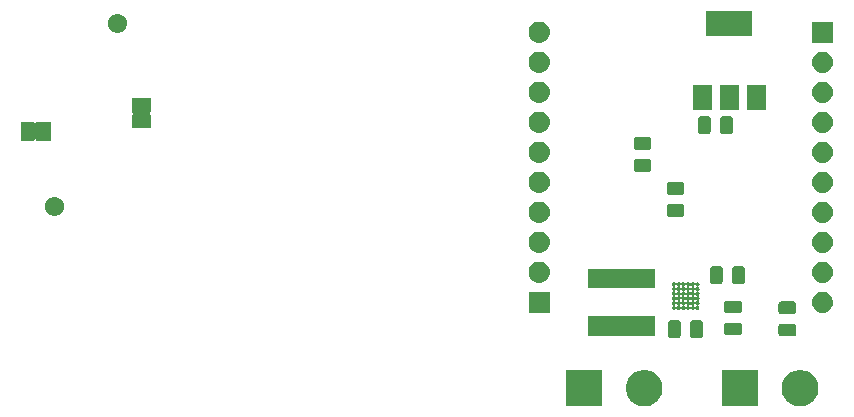
<source format=gbr>
G04 #@! TF.GenerationSoftware,KiCad,Pcbnew,5.1.1-8be2ce7~80~ubuntu18.10.1*
G04 #@! TF.CreationDate,2019-05-27T00:45:37+08:00*
G04 #@! TF.ProjectId,tas2562_dev_pcb,74617332-3536-4325-9f64-65765f706362,rev?*
G04 #@! TF.SameCoordinates,Original*
G04 #@! TF.FileFunction,Soldermask,Top*
G04 #@! TF.FilePolarity,Negative*
%FSLAX46Y46*%
G04 Gerber Fmt 4.6, Leading zero omitted, Abs format (unit mm)*
G04 Created by KiCad (PCBNEW 5.1.1-8be2ce7~80~ubuntu18.10.1) date 2019-05-27 00:45:37*
%MOMM*%
%LPD*%
G04 APERTURE LIST*
%ADD10C,0.100000*%
G04 APERTURE END LIST*
D10*
G36*
X171532410Y-108908604D02*
G01*
X171532412Y-108908605D01*
X171532413Y-108908605D01*
X171636678Y-108951793D01*
X171814674Y-109025521D01*
X172068705Y-109195259D01*
X172284741Y-109411295D01*
X172454479Y-109665326D01*
X172571396Y-109947590D01*
X172631000Y-110247240D01*
X172631000Y-110552760D01*
X172571396Y-110852410D01*
X172454479Y-111134674D01*
X172284741Y-111388705D01*
X172068705Y-111604741D01*
X171814674Y-111774479D01*
X171636678Y-111848207D01*
X171532413Y-111891395D01*
X171532412Y-111891395D01*
X171532410Y-111891396D01*
X171232760Y-111951000D01*
X170927240Y-111951000D01*
X170627590Y-111891396D01*
X170627588Y-111891395D01*
X170627587Y-111891395D01*
X170523322Y-111848207D01*
X170345326Y-111774479D01*
X170091295Y-111604741D01*
X169875259Y-111388705D01*
X169705521Y-111134674D01*
X169588604Y-110852410D01*
X169529000Y-110552760D01*
X169529000Y-110247240D01*
X169588604Y-109947590D01*
X169705521Y-109665326D01*
X169875259Y-109411295D01*
X170091295Y-109195259D01*
X170345326Y-109025521D01*
X170523322Y-108951793D01*
X170627587Y-108908605D01*
X170627588Y-108908605D01*
X170627590Y-108908604D01*
X170927240Y-108849000D01*
X171232760Y-108849000D01*
X171532410Y-108908604D01*
X171532410Y-108908604D01*
G37*
G36*
X167551000Y-111951000D02*
G01*
X164449000Y-111951000D01*
X164449000Y-108849000D01*
X167551000Y-108849000D01*
X167551000Y-111951000D01*
X167551000Y-111951000D01*
G37*
G36*
X158332410Y-108908604D02*
G01*
X158332412Y-108908605D01*
X158332413Y-108908605D01*
X158436678Y-108951793D01*
X158614674Y-109025521D01*
X158868705Y-109195259D01*
X159084741Y-109411295D01*
X159254479Y-109665326D01*
X159371396Y-109947590D01*
X159431000Y-110247240D01*
X159431000Y-110552760D01*
X159371396Y-110852410D01*
X159254479Y-111134674D01*
X159084741Y-111388705D01*
X158868705Y-111604741D01*
X158614674Y-111774479D01*
X158436678Y-111848207D01*
X158332413Y-111891395D01*
X158332412Y-111891395D01*
X158332410Y-111891396D01*
X158032760Y-111951000D01*
X157727240Y-111951000D01*
X157427590Y-111891396D01*
X157427588Y-111891395D01*
X157427587Y-111891395D01*
X157323322Y-111848207D01*
X157145326Y-111774479D01*
X156891295Y-111604741D01*
X156675259Y-111388705D01*
X156505521Y-111134674D01*
X156388604Y-110852410D01*
X156329000Y-110552760D01*
X156329000Y-110247240D01*
X156388604Y-109947590D01*
X156505521Y-109665326D01*
X156675259Y-109411295D01*
X156891295Y-109195259D01*
X157145326Y-109025521D01*
X157323322Y-108951793D01*
X157427587Y-108908605D01*
X157427588Y-108908605D01*
X157427590Y-108908604D01*
X157727240Y-108849000D01*
X158032760Y-108849000D01*
X158332410Y-108908604D01*
X158332410Y-108908604D01*
G37*
G36*
X154351000Y-111951000D02*
G01*
X151249000Y-111951000D01*
X151249000Y-108849000D01*
X154351000Y-108849000D01*
X154351000Y-111951000D01*
X154351000Y-111951000D01*
G37*
G36*
X160792932Y-104663688D02*
G01*
X160833969Y-104676136D01*
X160871788Y-104696351D01*
X160904941Y-104723559D01*
X160932149Y-104756712D01*
X160952364Y-104794531D01*
X160964812Y-104835568D01*
X160969500Y-104883167D01*
X160969500Y-105936833D01*
X160964812Y-105984432D01*
X160952364Y-106025469D01*
X160932149Y-106063288D01*
X160904941Y-106096441D01*
X160871788Y-106123649D01*
X160833969Y-106143864D01*
X160792932Y-106156312D01*
X160745333Y-106161000D01*
X160116667Y-106161000D01*
X160069068Y-106156312D01*
X160028031Y-106143864D01*
X159990212Y-106123649D01*
X159957059Y-106096441D01*
X159929851Y-106063288D01*
X159909636Y-106025469D01*
X159897188Y-105984432D01*
X159892500Y-105936833D01*
X159892500Y-104883167D01*
X159897188Y-104835568D01*
X159909636Y-104794531D01*
X159929851Y-104756712D01*
X159957059Y-104723559D01*
X159990212Y-104696351D01*
X160028031Y-104676136D01*
X160069068Y-104663688D01*
X160116667Y-104659000D01*
X160745333Y-104659000D01*
X160792932Y-104663688D01*
X160792932Y-104663688D01*
G37*
G36*
X162667932Y-104663688D02*
G01*
X162708969Y-104676136D01*
X162746788Y-104696351D01*
X162779941Y-104723559D01*
X162807149Y-104756712D01*
X162827364Y-104794531D01*
X162839812Y-104835568D01*
X162844500Y-104883167D01*
X162844500Y-105936833D01*
X162839812Y-105984432D01*
X162827364Y-106025469D01*
X162807149Y-106063288D01*
X162779941Y-106096441D01*
X162746788Y-106123649D01*
X162708969Y-106143864D01*
X162667932Y-106156312D01*
X162620333Y-106161000D01*
X161991667Y-106161000D01*
X161944068Y-106156312D01*
X161903031Y-106143864D01*
X161865212Y-106123649D01*
X161832059Y-106096441D01*
X161804851Y-106063288D01*
X161784636Y-106025469D01*
X161772188Y-105984432D01*
X161767500Y-105936833D01*
X161767500Y-104883167D01*
X161772188Y-104835568D01*
X161784636Y-104794531D01*
X161804851Y-104756712D01*
X161832059Y-104723559D01*
X161865212Y-104696351D01*
X161903031Y-104676136D01*
X161944068Y-104663688D01*
X161991667Y-104659000D01*
X162620333Y-104659000D01*
X162667932Y-104663688D01*
X162667932Y-104663688D01*
G37*
G36*
X170574432Y-104941188D02*
G01*
X170615469Y-104953636D01*
X170653288Y-104973851D01*
X170686441Y-105001059D01*
X170713649Y-105034212D01*
X170733864Y-105072031D01*
X170746312Y-105113068D01*
X170751000Y-105160667D01*
X170751000Y-105789333D01*
X170746312Y-105836932D01*
X170733864Y-105877969D01*
X170713649Y-105915788D01*
X170686441Y-105948941D01*
X170653288Y-105976149D01*
X170615469Y-105996364D01*
X170574432Y-106008812D01*
X170526833Y-106013500D01*
X169473167Y-106013500D01*
X169425568Y-106008812D01*
X169384531Y-105996364D01*
X169346712Y-105976149D01*
X169313559Y-105948941D01*
X169286351Y-105915788D01*
X169266136Y-105877969D01*
X169253688Y-105836932D01*
X169249000Y-105789333D01*
X169249000Y-105160667D01*
X169253688Y-105113068D01*
X169266136Y-105072031D01*
X169286351Y-105034212D01*
X169313559Y-105001059D01*
X169346712Y-104973851D01*
X169384531Y-104953636D01*
X169425568Y-104941188D01*
X169473167Y-104936500D01*
X170526833Y-104936500D01*
X170574432Y-104941188D01*
X170574432Y-104941188D01*
G37*
G36*
X158807000Y-105946000D02*
G01*
X153105000Y-105946000D01*
X153105000Y-104294000D01*
X158807000Y-104294000D01*
X158807000Y-105946000D01*
X158807000Y-105946000D01*
G37*
G36*
X165974432Y-104866188D02*
G01*
X166015469Y-104878636D01*
X166053288Y-104898851D01*
X166086441Y-104926059D01*
X166113649Y-104959212D01*
X166133864Y-104997031D01*
X166146312Y-105038068D01*
X166151000Y-105085667D01*
X166151000Y-105714333D01*
X166146312Y-105761932D01*
X166133864Y-105802969D01*
X166113649Y-105840788D01*
X166086441Y-105873941D01*
X166053288Y-105901149D01*
X166015469Y-105921364D01*
X165974432Y-105933812D01*
X165926833Y-105938500D01*
X164873167Y-105938500D01*
X164825568Y-105933812D01*
X164784531Y-105921364D01*
X164746712Y-105901149D01*
X164713559Y-105873941D01*
X164686351Y-105840788D01*
X164666136Y-105802969D01*
X164653688Y-105761932D01*
X164649000Y-105714333D01*
X164649000Y-105085667D01*
X164653688Y-105038068D01*
X164666136Y-104997031D01*
X164686351Y-104959212D01*
X164713559Y-104926059D01*
X164746712Y-104898851D01*
X164784531Y-104878636D01*
X164825568Y-104866188D01*
X164873167Y-104861500D01*
X165926833Y-104861500D01*
X165974432Y-104866188D01*
X165974432Y-104866188D01*
G37*
G36*
X170574432Y-103066188D02*
G01*
X170615469Y-103078636D01*
X170653288Y-103098851D01*
X170686441Y-103126059D01*
X170713649Y-103159212D01*
X170733864Y-103197031D01*
X170746312Y-103238068D01*
X170751000Y-103285667D01*
X170751000Y-103914333D01*
X170746312Y-103961932D01*
X170733864Y-104002969D01*
X170713649Y-104040788D01*
X170686441Y-104073941D01*
X170653288Y-104101149D01*
X170615469Y-104121364D01*
X170574432Y-104133812D01*
X170526833Y-104138500D01*
X169473167Y-104138500D01*
X169425568Y-104133812D01*
X169384531Y-104121364D01*
X169346712Y-104101149D01*
X169313559Y-104073941D01*
X169286351Y-104040788D01*
X169266136Y-104002969D01*
X169253688Y-103961932D01*
X169249000Y-103914333D01*
X169249000Y-103285667D01*
X169253688Y-103238068D01*
X169266136Y-103197031D01*
X169286351Y-103159212D01*
X169313559Y-103126059D01*
X169346712Y-103098851D01*
X169384531Y-103078636D01*
X169425568Y-103066188D01*
X169473167Y-103061500D01*
X170526833Y-103061500D01*
X170574432Y-103066188D01*
X170574432Y-103066188D01*
G37*
G36*
X165974432Y-102991188D02*
G01*
X166015469Y-103003636D01*
X166053288Y-103023851D01*
X166086441Y-103051059D01*
X166113649Y-103084212D01*
X166133864Y-103122031D01*
X166146312Y-103163068D01*
X166151000Y-103210667D01*
X166151000Y-103839333D01*
X166146312Y-103886932D01*
X166133864Y-103927969D01*
X166113649Y-103965788D01*
X166086441Y-103998941D01*
X166053288Y-104026149D01*
X166015469Y-104046364D01*
X165974432Y-104058812D01*
X165926833Y-104063500D01*
X164873167Y-104063500D01*
X164825568Y-104058812D01*
X164784531Y-104046364D01*
X164746712Y-104026149D01*
X164713559Y-103998941D01*
X164686351Y-103965788D01*
X164666136Y-103927969D01*
X164653688Y-103886932D01*
X164649000Y-103839333D01*
X164649000Y-103210667D01*
X164653688Y-103163068D01*
X164666136Y-103122031D01*
X164686351Y-103084212D01*
X164713559Y-103051059D01*
X164746712Y-103023851D01*
X164784531Y-103003636D01*
X164825568Y-102991188D01*
X164873167Y-102986500D01*
X165926833Y-102986500D01*
X165974432Y-102991188D01*
X165974432Y-102991188D01*
G37*
G36*
X173117535Y-102232778D02*
G01*
X173150627Y-102236037D01*
X173263853Y-102270384D01*
X173320467Y-102287557D01*
X173476990Y-102371220D01*
X173614186Y-102483814D01*
X173726780Y-102621010D01*
X173810443Y-102777533D01*
X173822188Y-102816251D01*
X173861963Y-102947373D01*
X173863377Y-102961732D01*
X173879360Y-103124000D01*
X173867134Y-103248126D01*
X173861963Y-103300627D01*
X173831819Y-103400000D01*
X173810443Y-103470467D01*
X173726780Y-103626990D01*
X173614186Y-103764186D01*
X173476990Y-103876780D01*
X173320467Y-103960443D01*
X173263853Y-103977616D01*
X173150627Y-104011963D01*
X173117535Y-104015222D01*
X173018264Y-104025000D01*
X172929736Y-104025000D01*
X172830465Y-104015222D01*
X172797373Y-104011963D01*
X172684147Y-103977616D01*
X172627533Y-103960443D01*
X172471010Y-103876780D01*
X172333814Y-103764186D01*
X172221220Y-103626990D01*
X172137557Y-103470467D01*
X172116181Y-103400000D01*
X172086037Y-103300627D01*
X172080866Y-103248126D01*
X172068640Y-103124000D01*
X172084623Y-102961732D01*
X172086037Y-102947373D01*
X172125812Y-102816251D01*
X172137557Y-102777533D01*
X172221220Y-102621010D01*
X172333814Y-102483814D01*
X172471010Y-102371220D01*
X172627533Y-102287557D01*
X172684147Y-102270384D01*
X172797373Y-102236037D01*
X172830465Y-102232778D01*
X172929736Y-102223000D01*
X173018264Y-102223000D01*
X173117535Y-102232778D01*
X173117535Y-102232778D01*
G37*
G36*
X149897400Y-104025000D02*
G01*
X148095400Y-104025000D01*
X148095400Y-102223000D01*
X149897400Y-102223000D01*
X149897400Y-104025000D01*
X149897400Y-104025000D01*
G37*
G36*
X162048420Y-101440379D02*
G01*
X162066117Y-101447710D01*
X162078631Y-101452893D01*
X162105819Y-101471060D01*
X162129997Y-101495238D01*
X162145151Y-101507674D01*
X162162439Y-101516915D01*
X162181198Y-101522606D01*
X162200707Y-101524527D01*
X162220216Y-101522606D01*
X162238975Y-101516915D01*
X162256263Y-101507674D01*
X162271417Y-101495238D01*
X162294819Y-101471836D01*
X162321843Y-101453779D01*
X162351871Y-101441341D01*
X162351872Y-101441341D01*
X162351874Y-101441340D01*
X162383747Y-101435000D01*
X162416253Y-101435000D01*
X162448126Y-101441340D01*
X162448128Y-101441341D01*
X162448129Y-101441341D01*
X162478157Y-101453779D01*
X162505181Y-101471836D01*
X162528164Y-101494819D01*
X162546221Y-101521843D01*
X162558538Y-101551580D01*
X162558660Y-101551874D01*
X162565000Y-101583747D01*
X162565000Y-101616253D01*
X162564981Y-101616350D01*
X162558659Y-101648129D01*
X162546221Y-101678157D01*
X162528916Y-101704055D01*
X162528163Y-101705182D01*
X162504055Y-101729290D01*
X162491619Y-101744444D01*
X162482378Y-101761732D01*
X162476687Y-101780491D01*
X162474766Y-101800000D01*
X162476687Y-101819509D01*
X162482378Y-101838268D01*
X162491619Y-101855556D01*
X162504055Y-101870710D01*
X162528164Y-101894819D01*
X162546221Y-101921843D01*
X162558659Y-101951871D01*
X162565000Y-101983749D01*
X162565000Y-102016251D01*
X162558659Y-102048129D01*
X162546221Y-102078157D01*
X162528916Y-102104055D01*
X162528163Y-102105182D01*
X162504055Y-102129290D01*
X162491619Y-102144444D01*
X162482378Y-102161732D01*
X162476687Y-102180491D01*
X162474766Y-102200000D01*
X162476687Y-102219509D01*
X162482378Y-102238268D01*
X162491619Y-102255556D01*
X162504055Y-102270710D01*
X162528164Y-102294819D01*
X162546221Y-102321843D01*
X162558659Y-102351871D01*
X162558660Y-102351874D01*
X162565000Y-102383747D01*
X162565000Y-102416251D01*
X162558659Y-102448129D01*
X162546221Y-102478157D01*
X162528916Y-102504055D01*
X162528163Y-102505182D01*
X162504055Y-102529290D01*
X162491619Y-102544444D01*
X162482378Y-102561732D01*
X162476687Y-102580491D01*
X162474766Y-102600000D01*
X162476687Y-102619509D01*
X162482378Y-102638268D01*
X162491619Y-102655556D01*
X162504055Y-102670710D01*
X162528164Y-102694819D01*
X162546221Y-102721843D01*
X162558659Y-102751871D01*
X162565000Y-102783749D01*
X162565000Y-102816251D01*
X162558659Y-102848129D01*
X162546221Y-102878157D01*
X162528916Y-102904055D01*
X162528163Y-102905182D01*
X162504055Y-102929290D01*
X162491619Y-102944444D01*
X162482378Y-102961732D01*
X162476687Y-102980491D01*
X162474766Y-103000000D01*
X162476687Y-103019509D01*
X162482378Y-103038268D01*
X162491619Y-103055556D01*
X162504055Y-103070710D01*
X162528164Y-103094819D01*
X162546221Y-103121843D01*
X162547967Y-103126059D01*
X162558660Y-103151874D01*
X162565000Y-103183747D01*
X162565000Y-103216253D01*
X162560661Y-103238068D01*
X162558659Y-103248129D01*
X162546221Y-103278157D01*
X162531208Y-103300625D01*
X162528163Y-103305182D01*
X162504055Y-103329290D01*
X162491619Y-103344444D01*
X162482378Y-103361732D01*
X162476687Y-103380491D01*
X162474766Y-103400000D01*
X162476687Y-103419509D01*
X162482378Y-103438268D01*
X162491619Y-103455556D01*
X162504055Y-103470710D01*
X162528164Y-103494819D01*
X162546221Y-103521843D01*
X162558659Y-103551871D01*
X162565000Y-103583749D01*
X162565000Y-103616251D01*
X162558659Y-103648129D01*
X162546221Y-103678157D01*
X162528164Y-103705181D01*
X162505181Y-103728164D01*
X162478157Y-103746221D01*
X162448129Y-103758659D01*
X162448128Y-103758659D01*
X162448126Y-103758660D01*
X162416253Y-103765000D01*
X162383747Y-103765000D01*
X162351874Y-103758660D01*
X162351872Y-103758659D01*
X162351871Y-103758659D01*
X162321843Y-103746221D01*
X162294819Y-103728164D01*
X162270710Y-103704055D01*
X162255556Y-103691619D01*
X162238268Y-103682378D01*
X162219509Y-103676687D01*
X162200000Y-103674766D01*
X162180491Y-103676687D01*
X162161732Y-103682378D01*
X162144444Y-103691619D01*
X162129290Y-103704055D01*
X162105181Y-103728164D01*
X162078157Y-103746221D01*
X162048129Y-103758659D01*
X162048128Y-103758659D01*
X162048126Y-103758660D01*
X162016253Y-103765000D01*
X161983747Y-103765000D01*
X161951874Y-103758660D01*
X161951872Y-103758659D01*
X161951871Y-103758659D01*
X161921843Y-103746221D01*
X161894819Y-103728164D01*
X161870710Y-103704055D01*
X161855556Y-103691619D01*
X161838268Y-103682378D01*
X161819509Y-103676687D01*
X161800000Y-103674766D01*
X161780491Y-103676687D01*
X161761732Y-103682378D01*
X161744444Y-103691619D01*
X161729290Y-103704055D01*
X161705181Y-103728164D01*
X161678157Y-103746221D01*
X161648129Y-103758659D01*
X161648128Y-103758659D01*
X161648126Y-103758660D01*
X161616253Y-103765000D01*
X161583747Y-103765000D01*
X161551874Y-103758660D01*
X161551872Y-103758659D01*
X161551871Y-103758659D01*
X161521843Y-103746221D01*
X161494819Y-103728164D01*
X161470710Y-103704055D01*
X161455556Y-103691619D01*
X161438268Y-103682378D01*
X161419509Y-103676687D01*
X161400000Y-103674766D01*
X161380491Y-103676687D01*
X161361732Y-103682378D01*
X161344444Y-103691619D01*
X161329290Y-103704055D01*
X161305181Y-103728164D01*
X161278157Y-103746221D01*
X161248129Y-103758659D01*
X161248128Y-103758659D01*
X161248126Y-103758660D01*
X161216253Y-103765000D01*
X161183747Y-103765000D01*
X161151874Y-103758660D01*
X161151872Y-103758659D01*
X161151871Y-103758659D01*
X161121843Y-103746221D01*
X161094819Y-103728164D01*
X161070710Y-103704055D01*
X161055556Y-103691619D01*
X161038268Y-103682378D01*
X161019509Y-103676687D01*
X161000000Y-103674766D01*
X160980491Y-103676687D01*
X160961732Y-103682378D01*
X160944444Y-103691619D01*
X160929290Y-103704055D01*
X160905181Y-103728164D01*
X160878157Y-103746221D01*
X160848129Y-103758659D01*
X160848128Y-103758659D01*
X160848126Y-103758660D01*
X160816253Y-103765000D01*
X160783747Y-103765000D01*
X160751874Y-103758660D01*
X160751872Y-103758659D01*
X160751871Y-103758659D01*
X160721843Y-103746221D01*
X160694819Y-103728164D01*
X160670710Y-103704055D01*
X160655556Y-103691619D01*
X160638268Y-103682378D01*
X160619509Y-103676687D01*
X160600000Y-103674766D01*
X160580491Y-103676687D01*
X160561732Y-103682378D01*
X160544444Y-103691619D01*
X160529290Y-103704055D01*
X160505181Y-103728164D01*
X160478157Y-103746221D01*
X160448129Y-103758659D01*
X160448128Y-103758659D01*
X160448126Y-103758660D01*
X160416253Y-103765000D01*
X160383747Y-103765000D01*
X160351874Y-103758660D01*
X160351872Y-103758659D01*
X160351871Y-103758659D01*
X160321843Y-103746221D01*
X160294819Y-103728164D01*
X160271836Y-103705181D01*
X160253779Y-103678157D01*
X160241341Y-103648129D01*
X160235000Y-103616251D01*
X160235000Y-103583749D01*
X160241341Y-103551871D01*
X160253779Y-103521843D01*
X160271836Y-103494819D01*
X160295945Y-103470710D01*
X160308381Y-103455556D01*
X160317622Y-103438268D01*
X160323313Y-103419509D01*
X160325234Y-103400000D01*
X160474766Y-103400000D01*
X160476687Y-103419509D01*
X160482378Y-103438268D01*
X160491619Y-103455556D01*
X160504055Y-103470710D01*
X160529290Y-103495945D01*
X160544444Y-103508381D01*
X160561732Y-103517622D01*
X160580491Y-103523313D01*
X160600000Y-103525234D01*
X160619509Y-103523313D01*
X160638268Y-103517622D01*
X160655556Y-103508381D01*
X160670710Y-103495945D01*
X160695945Y-103470710D01*
X160708381Y-103455556D01*
X160717622Y-103438268D01*
X160723313Y-103419509D01*
X160725234Y-103400000D01*
X160874766Y-103400000D01*
X160876687Y-103419509D01*
X160882378Y-103438268D01*
X160891619Y-103455556D01*
X160904055Y-103470710D01*
X160929290Y-103495945D01*
X160944444Y-103508381D01*
X160961732Y-103517622D01*
X160980491Y-103523313D01*
X161000000Y-103525234D01*
X161019509Y-103523313D01*
X161038268Y-103517622D01*
X161055556Y-103508381D01*
X161070710Y-103495945D01*
X161095945Y-103470710D01*
X161108381Y-103455556D01*
X161117622Y-103438268D01*
X161123313Y-103419509D01*
X161125234Y-103400000D01*
X161274766Y-103400000D01*
X161276687Y-103419509D01*
X161282378Y-103438268D01*
X161291619Y-103455556D01*
X161304055Y-103470710D01*
X161329290Y-103495945D01*
X161344444Y-103508381D01*
X161361732Y-103517622D01*
X161380491Y-103523313D01*
X161400000Y-103525234D01*
X161419509Y-103523313D01*
X161438268Y-103517622D01*
X161455556Y-103508381D01*
X161470710Y-103495945D01*
X161495945Y-103470710D01*
X161508381Y-103455556D01*
X161517622Y-103438268D01*
X161523313Y-103419509D01*
X161525234Y-103400000D01*
X161674766Y-103400000D01*
X161676687Y-103419509D01*
X161682378Y-103438268D01*
X161691619Y-103455556D01*
X161704055Y-103470710D01*
X161729290Y-103495945D01*
X161744444Y-103508381D01*
X161761732Y-103517622D01*
X161780491Y-103523313D01*
X161800000Y-103525234D01*
X161819509Y-103523313D01*
X161838268Y-103517622D01*
X161855556Y-103508381D01*
X161870710Y-103495945D01*
X161895945Y-103470710D01*
X161908381Y-103455556D01*
X161917622Y-103438268D01*
X161923313Y-103419509D01*
X161925234Y-103400000D01*
X162074766Y-103400000D01*
X162076687Y-103419509D01*
X162082378Y-103438268D01*
X162091619Y-103455556D01*
X162104055Y-103470710D01*
X162129290Y-103495945D01*
X162144444Y-103508381D01*
X162161732Y-103517622D01*
X162180491Y-103523313D01*
X162200000Y-103525234D01*
X162219509Y-103523313D01*
X162238268Y-103517622D01*
X162255556Y-103508381D01*
X162270710Y-103495945D01*
X162295945Y-103470710D01*
X162308381Y-103455556D01*
X162317622Y-103438268D01*
X162323313Y-103419509D01*
X162325234Y-103400000D01*
X162323313Y-103380491D01*
X162317622Y-103361732D01*
X162308381Y-103344444D01*
X162295945Y-103329290D01*
X162270710Y-103304055D01*
X162255556Y-103291619D01*
X162238268Y-103282378D01*
X162219509Y-103276687D01*
X162200000Y-103274766D01*
X162180491Y-103276687D01*
X162161732Y-103282378D01*
X162144444Y-103291619D01*
X162129290Y-103304055D01*
X162104055Y-103329290D01*
X162091619Y-103344444D01*
X162082378Y-103361732D01*
X162076687Y-103380491D01*
X162074766Y-103400000D01*
X161925234Y-103400000D01*
X161923313Y-103380491D01*
X161917622Y-103361732D01*
X161908381Y-103344444D01*
X161895945Y-103329290D01*
X161870710Y-103304055D01*
X161855556Y-103291619D01*
X161838268Y-103282378D01*
X161819509Y-103276687D01*
X161800000Y-103274766D01*
X161780491Y-103276687D01*
X161761732Y-103282378D01*
X161744444Y-103291619D01*
X161729290Y-103304055D01*
X161704055Y-103329290D01*
X161691619Y-103344444D01*
X161682378Y-103361732D01*
X161676687Y-103380491D01*
X161674766Y-103400000D01*
X161525234Y-103400000D01*
X161523313Y-103380491D01*
X161517622Y-103361732D01*
X161508381Y-103344444D01*
X161495945Y-103329290D01*
X161470710Y-103304055D01*
X161455556Y-103291619D01*
X161438268Y-103282378D01*
X161419509Y-103276687D01*
X161400000Y-103274766D01*
X161380491Y-103276687D01*
X161361732Y-103282378D01*
X161344444Y-103291619D01*
X161329290Y-103304055D01*
X161304055Y-103329290D01*
X161291619Y-103344444D01*
X161282378Y-103361732D01*
X161276687Y-103380491D01*
X161274766Y-103400000D01*
X161125234Y-103400000D01*
X161123313Y-103380491D01*
X161117622Y-103361732D01*
X161108381Y-103344444D01*
X161095945Y-103329290D01*
X161070710Y-103304055D01*
X161055556Y-103291619D01*
X161038268Y-103282378D01*
X161019509Y-103276687D01*
X161000000Y-103274766D01*
X160980491Y-103276687D01*
X160961732Y-103282378D01*
X160944444Y-103291619D01*
X160929290Y-103304055D01*
X160904055Y-103329290D01*
X160891619Y-103344444D01*
X160882378Y-103361732D01*
X160876687Y-103380491D01*
X160874766Y-103400000D01*
X160725234Y-103400000D01*
X160723313Y-103380491D01*
X160717622Y-103361732D01*
X160708381Y-103344444D01*
X160695945Y-103329290D01*
X160670710Y-103304055D01*
X160655556Y-103291619D01*
X160638268Y-103282378D01*
X160619509Y-103276687D01*
X160600000Y-103274766D01*
X160580491Y-103276687D01*
X160561732Y-103282378D01*
X160544444Y-103291619D01*
X160529290Y-103304055D01*
X160504055Y-103329290D01*
X160491619Y-103344444D01*
X160482378Y-103361732D01*
X160476687Y-103380491D01*
X160474766Y-103400000D01*
X160325234Y-103400000D01*
X160323313Y-103380491D01*
X160317622Y-103361732D01*
X160308381Y-103344444D01*
X160295945Y-103329290D01*
X160271837Y-103305182D01*
X160268792Y-103300625D01*
X160253779Y-103278157D01*
X160241341Y-103248129D01*
X160239340Y-103238068D01*
X160235000Y-103216253D01*
X160235000Y-103183747D01*
X160241340Y-103151874D01*
X160252033Y-103126059D01*
X160253779Y-103121843D01*
X160271836Y-103094819D01*
X160295945Y-103070710D01*
X160308381Y-103055556D01*
X160317622Y-103038268D01*
X160323313Y-103019509D01*
X160325234Y-103000000D01*
X160474766Y-103000000D01*
X160476687Y-103019509D01*
X160482378Y-103038268D01*
X160491619Y-103055556D01*
X160504055Y-103070710D01*
X160529290Y-103095945D01*
X160544444Y-103108381D01*
X160561732Y-103117622D01*
X160580491Y-103123313D01*
X160600000Y-103125234D01*
X160619509Y-103123313D01*
X160638268Y-103117622D01*
X160655556Y-103108381D01*
X160670710Y-103095945D01*
X160695945Y-103070710D01*
X160708381Y-103055556D01*
X160717622Y-103038268D01*
X160723313Y-103019509D01*
X160725234Y-103000000D01*
X160874766Y-103000000D01*
X160876687Y-103019509D01*
X160882378Y-103038268D01*
X160891619Y-103055556D01*
X160904055Y-103070710D01*
X160929290Y-103095945D01*
X160944444Y-103108381D01*
X160961732Y-103117622D01*
X160980491Y-103123313D01*
X161000000Y-103125234D01*
X161019509Y-103123313D01*
X161038268Y-103117622D01*
X161055556Y-103108381D01*
X161070710Y-103095945D01*
X161095945Y-103070710D01*
X161108381Y-103055556D01*
X161117622Y-103038268D01*
X161123313Y-103019509D01*
X161125234Y-103000000D01*
X161274766Y-103000000D01*
X161276687Y-103019509D01*
X161282378Y-103038268D01*
X161291619Y-103055556D01*
X161304055Y-103070710D01*
X161329290Y-103095945D01*
X161344444Y-103108381D01*
X161361732Y-103117622D01*
X161380491Y-103123313D01*
X161400000Y-103125234D01*
X161419509Y-103123313D01*
X161438268Y-103117622D01*
X161455556Y-103108381D01*
X161470710Y-103095945D01*
X161495945Y-103070710D01*
X161508381Y-103055556D01*
X161517622Y-103038268D01*
X161523313Y-103019509D01*
X161525234Y-103000000D01*
X161674766Y-103000000D01*
X161676687Y-103019509D01*
X161682378Y-103038268D01*
X161691619Y-103055556D01*
X161704055Y-103070710D01*
X161729290Y-103095945D01*
X161744444Y-103108381D01*
X161761732Y-103117622D01*
X161780491Y-103123313D01*
X161800000Y-103125234D01*
X161819509Y-103123313D01*
X161838268Y-103117622D01*
X161855556Y-103108381D01*
X161870710Y-103095945D01*
X161895945Y-103070710D01*
X161908381Y-103055556D01*
X161917622Y-103038268D01*
X161923313Y-103019509D01*
X161925234Y-103000000D01*
X162074766Y-103000000D01*
X162076687Y-103019509D01*
X162082378Y-103038268D01*
X162091619Y-103055556D01*
X162104055Y-103070710D01*
X162129290Y-103095945D01*
X162144444Y-103108381D01*
X162161732Y-103117622D01*
X162180491Y-103123313D01*
X162200000Y-103125234D01*
X162219509Y-103123313D01*
X162238268Y-103117622D01*
X162255556Y-103108381D01*
X162270710Y-103095945D01*
X162295945Y-103070710D01*
X162308381Y-103055556D01*
X162317622Y-103038268D01*
X162323313Y-103019509D01*
X162325234Y-103000000D01*
X162323313Y-102980491D01*
X162317622Y-102961732D01*
X162308381Y-102944444D01*
X162295945Y-102929290D01*
X162270710Y-102904055D01*
X162255556Y-102891619D01*
X162238268Y-102882378D01*
X162219509Y-102876687D01*
X162200000Y-102874766D01*
X162180491Y-102876687D01*
X162161732Y-102882378D01*
X162144444Y-102891619D01*
X162129290Y-102904055D01*
X162104055Y-102929290D01*
X162091619Y-102944444D01*
X162082378Y-102961732D01*
X162076687Y-102980491D01*
X162074766Y-103000000D01*
X161925234Y-103000000D01*
X161923313Y-102980491D01*
X161917622Y-102961732D01*
X161908381Y-102944444D01*
X161895945Y-102929290D01*
X161870710Y-102904055D01*
X161855556Y-102891619D01*
X161838268Y-102882378D01*
X161819509Y-102876687D01*
X161800000Y-102874766D01*
X161780491Y-102876687D01*
X161761732Y-102882378D01*
X161744444Y-102891619D01*
X161729290Y-102904055D01*
X161704055Y-102929290D01*
X161691619Y-102944444D01*
X161682378Y-102961732D01*
X161676687Y-102980491D01*
X161674766Y-103000000D01*
X161525234Y-103000000D01*
X161523313Y-102980491D01*
X161517622Y-102961732D01*
X161508381Y-102944444D01*
X161495945Y-102929290D01*
X161470710Y-102904055D01*
X161455556Y-102891619D01*
X161438268Y-102882378D01*
X161419509Y-102876687D01*
X161400000Y-102874766D01*
X161380491Y-102876687D01*
X161361732Y-102882378D01*
X161344444Y-102891619D01*
X161329290Y-102904055D01*
X161304055Y-102929290D01*
X161291619Y-102944444D01*
X161282378Y-102961732D01*
X161276687Y-102980491D01*
X161274766Y-103000000D01*
X161125234Y-103000000D01*
X161123313Y-102980491D01*
X161117622Y-102961732D01*
X161108381Y-102944444D01*
X161095945Y-102929290D01*
X161070710Y-102904055D01*
X161055556Y-102891619D01*
X161038268Y-102882378D01*
X161019509Y-102876687D01*
X161000000Y-102874766D01*
X160980491Y-102876687D01*
X160961732Y-102882378D01*
X160944444Y-102891619D01*
X160929290Y-102904055D01*
X160904055Y-102929290D01*
X160891619Y-102944444D01*
X160882378Y-102961732D01*
X160876687Y-102980491D01*
X160874766Y-103000000D01*
X160725234Y-103000000D01*
X160723313Y-102980491D01*
X160717622Y-102961732D01*
X160708381Y-102944444D01*
X160695945Y-102929290D01*
X160670710Y-102904055D01*
X160655556Y-102891619D01*
X160638268Y-102882378D01*
X160619509Y-102876687D01*
X160600000Y-102874766D01*
X160580491Y-102876687D01*
X160561732Y-102882378D01*
X160544444Y-102891619D01*
X160529290Y-102904055D01*
X160504055Y-102929290D01*
X160491619Y-102944444D01*
X160482378Y-102961732D01*
X160476687Y-102980491D01*
X160474766Y-103000000D01*
X160325234Y-103000000D01*
X160323313Y-102980491D01*
X160317622Y-102961732D01*
X160308381Y-102944444D01*
X160295945Y-102929290D01*
X160271837Y-102905182D01*
X160271084Y-102904055D01*
X160253779Y-102878157D01*
X160241341Y-102848129D01*
X160235000Y-102816251D01*
X160235000Y-102783749D01*
X160241341Y-102751871D01*
X160253779Y-102721843D01*
X160271836Y-102694819D01*
X160295945Y-102670710D01*
X160308381Y-102655556D01*
X160317622Y-102638268D01*
X160323313Y-102619509D01*
X160325234Y-102600000D01*
X160474766Y-102600000D01*
X160476687Y-102619509D01*
X160482378Y-102638268D01*
X160491619Y-102655556D01*
X160504055Y-102670710D01*
X160529290Y-102695945D01*
X160544444Y-102708381D01*
X160561732Y-102717622D01*
X160580491Y-102723313D01*
X160600000Y-102725234D01*
X160619509Y-102723313D01*
X160638268Y-102717622D01*
X160655556Y-102708381D01*
X160670710Y-102695945D01*
X160695945Y-102670710D01*
X160708381Y-102655556D01*
X160717622Y-102638268D01*
X160723313Y-102619509D01*
X160725234Y-102600000D01*
X160874766Y-102600000D01*
X160876687Y-102619509D01*
X160882378Y-102638268D01*
X160891619Y-102655556D01*
X160904055Y-102670710D01*
X160929290Y-102695945D01*
X160944444Y-102708381D01*
X160961732Y-102717622D01*
X160980491Y-102723313D01*
X161000000Y-102725234D01*
X161019509Y-102723313D01*
X161038268Y-102717622D01*
X161055556Y-102708381D01*
X161070710Y-102695945D01*
X161095945Y-102670710D01*
X161108381Y-102655556D01*
X161117622Y-102638268D01*
X161123313Y-102619509D01*
X161125234Y-102600000D01*
X161274766Y-102600000D01*
X161276687Y-102619509D01*
X161282378Y-102638268D01*
X161291619Y-102655556D01*
X161304055Y-102670710D01*
X161329290Y-102695945D01*
X161344444Y-102708381D01*
X161361732Y-102717622D01*
X161380491Y-102723313D01*
X161400000Y-102725234D01*
X161419509Y-102723313D01*
X161438268Y-102717622D01*
X161455556Y-102708381D01*
X161470710Y-102695945D01*
X161495945Y-102670710D01*
X161508381Y-102655556D01*
X161517622Y-102638268D01*
X161523313Y-102619509D01*
X161525234Y-102600000D01*
X161674766Y-102600000D01*
X161676687Y-102619509D01*
X161682378Y-102638268D01*
X161691619Y-102655556D01*
X161704055Y-102670710D01*
X161729290Y-102695945D01*
X161744444Y-102708381D01*
X161761732Y-102717622D01*
X161780491Y-102723313D01*
X161800000Y-102725234D01*
X161819509Y-102723313D01*
X161838268Y-102717622D01*
X161855556Y-102708381D01*
X161870710Y-102695945D01*
X161895945Y-102670710D01*
X161908381Y-102655556D01*
X161917622Y-102638268D01*
X161923313Y-102619509D01*
X161925234Y-102600000D01*
X162074766Y-102600000D01*
X162076687Y-102619509D01*
X162082378Y-102638268D01*
X162091619Y-102655556D01*
X162104055Y-102670710D01*
X162129290Y-102695945D01*
X162144444Y-102708381D01*
X162161732Y-102717622D01*
X162180491Y-102723313D01*
X162200000Y-102725234D01*
X162219509Y-102723313D01*
X162238268Y-102717622D01*
X162255556Y-102708381D01*
X162270710Y-102695945D01*
X162295945Y-102670710D01*
X162308381Y-102655556D01*
X162317622Y-102638268D01*
X162323313Y-102619509D01*
X162325234Y-102600000D01*
X162323313Y-102580491D01*
X162317622Y-102561732D01*
X162308381Y-102544444D01*
X162295945Y-102529290D01*
X162270710Y-102504055D01*
X162255556Y-102491619D01*
X162238268Y-102482378D01*
X162219509Y-102476687D01*
X162200000Y-102474766D01*
X162180491Y-102476687D01*
X162161732Y-102482378D01*
X162144444Y-102491619D01*
X162129290Y-102504055D01*
X162104055Y-102529290D01*
X162091619Y-102544444D01*
X162082378Y-102561732D01*
X162076687Y-102580491D01*
X162074766Y-102600000D01*
X161925234Y-102600000D01*
X161923313Y-102580491D01*
X161917622Y-102561732D01*
X161908381Y-102544444D01*
X161895945Y-102529290D01*
X161870710Y-102504055D01*
X161855556Y-102491619D01*
X161838268Y-102482378D01*
X161819509Y-102476687D01*
X161800000Y-102474766D01*
X161780491Y-102476687D01*
X161761732Y-102482378D01*
X161744444Y-102491619D01*
X161729290Y-102504055D01*
X161704055Y-102529290D01*
X161691619Y-102544444D01*
X161682378Y-102561732D01*
X161676687Y-102580491D01*
X161674766Y-102600000D01*
X161525234Y-102600000D01*
X161523313Y-102580491D01*
X161517622Y-102561732D01*
X161508381Y-102544444D01*
X161495945Y-102529290D01*
X161470710Y-102504055D01*
X161455556Y-102491619D01*
X161438268Y-102482378D01*
X161419509Y-102476687D01*
X161400000Y-102474766D01*
X161380491Y-102476687D01*
X161361732Y-102482378D01*
X161344444Y-102491619D01*
X161329290Y-102504055D01*
X161304055Y-102529290D01*
X161291619Y-102544444D01*
X161282378Y-102561732D01*
X161276687Y-102580491D01*
X161274766Y-102600000D01*
X161125234Y-102600000D01*
X161123313Y-102580491D01*
X161117622Y-102561732D01*
X161108381Y-102544444D01*
X161095945Y-102529290D01*
X161070710Y-102504055D01*
X161055556Y-102491619D01*
X161038268Y-102482378D01*
X161019509Y-102476687D01*
X161000000Y-102474766D01*
X160980491Y-102476687D01*
X160961732Y-102482378D01*
X160944444Y-102491619D01*
X160929290Y-102504055D01*
X160904055Y-102529290D01*
X160891619Y-102544444D01*
X160882378Y-102561732D01*
X160876687Y-102580491D01*
X160874766Y-102600000D01*
X160725234Y-102600000D01*
X160723313Y-102580491D01*
X160717622Y-102561732D01*
X160708381Y-102544444D01*
X160695945Y-102529290D01*
X160670710Y-102504055D01*
X160655556Y-102491619D01*
X160638268Y-102482378D01*
X160619509Y-102476687D01*
X160600000Y-102474766D01*
X160580491Y-102476687D01*
X160561732Y-102482378D01*
X160544444Y-102491619D01*
X160529290Y-102504055D01*
X160504055Y-102529290D01*
X160491619Y-102544444D01*
X160482378Y-102561732D01*
X160476687Y-102580491D01*
X160474766Y-102600000D01*
X160325234Y-102600000D01*
X160323313Y-102580491D01*
X160317622Y-102561732D01*
X160308381Y-102544444D01*
X160295945Y-102529290D01*
X160271837Y-102505182D01*
X160271084Y-102504055D01*
X160253779Y-102478157D01*
X160241341Y-102448129D01*
X160235000Y-102416251D01*
X160235000Y-102383747D01*
X160241340Y-102351874D01*
X160241341Y-102351871D01*
X160253779Y-102321843D01*
X160271836Y-102294819D01*
X160295945Y-102270710D01*
X160308381Y-102255556D01*
X160317622Y-102238268D01*
X160323313Y-102219509D01*
X160325234Y-102200000D01*
X160474766Y-102200000D01*
X160476687Y-102219509D01*
X160482378Y-102238268D01*
X160491619Y-102255556D01*
X160504055Y-102270710D01*
X160529290Y-102295945D01*
X160544444Y-102308381D01*
X160561732Y-102317622D01*
X160580491Y-102323313D01*
X160600000Y-102325234D01*
X160619509Y-102323313D01*
X160638268Y-102317622D01*
X160655556Y-102308381D01*
X160670710Y-102295945D01*
X160695945Y-102270710D01*
X160708381Y-102255556D01*
X160717622Y-102238268D01*
X160723313Y-102219509D01*
X160725234Y-102200000D01*
X160874766Y-102200000D01*
X160876687Y-102219509D01*
X160882378Y-102238268D01*
X160891619Y-102255556D01*
X160904055Y-102270710D01*
X160929290Y-102295945D01*
X160944444Y-102308381D01*
X160961732Y-102317622D01*
X160980491Y-102323313D01*
X161000000Y-102325234D01*
X161019509Y-102323313D01*
X161038268Y-102317622D01*
X161055556Y-102308381D01*
X161070710Y-102295945D01*
X161095945Y-102270710D01*
X161108381Y-102255556D01*
X161117622Y-102238268D01*
X161123313Y-102219509D01*
X161125234Y-102200000D01*
X161274766Y-102200000D01*
X161276687Y-102219509D01*
X161282378Y-102238268D01*
X161291619Y-102255556D01*
X161304055Y-102270710D01*
X161329290Y-102295945D01*
X161344444Y-102308381D01*
X161361732Y-102317622D01*
X161380491Y-102323313D01*
X161400000Y-102325234D01*
X161419509Y-102323313D01*
X161438268Y-102317622D01*
X161455556Y-102308381D01*
X161470710Y-102295945D01*
X161495945Y-102270710D01*
X161508381Y-102255556D01*
X161517622Y-102238268D01*
X161523313Y-102219509D01*
X161525234Y-102200000D01*
X161674766Y-102200000D01*
X161676687Y-102219509D01*
X161682378Y-102238268D01*
X161691619Y-102255556D01*
X161704055Y-102270710D01*
X161729290Y-102295945D01*
X161744444Y-102308381D01*
X161761732Y-102317622D01*
X161780491Y-102323313D01*
X161800000Y-102325234D01*
X161819509Y-102323313D01*
X161838268Y-102317622D01*
X161855556Y-102308381D01*
X161870710Y-102295945D01*
X161895945Y-102270710D01*
X161908381Y-102255556D01*
X161917622Y-102238268D01*
X161923313Y-102219509D01*
X161925234Y-102200000D01*
X162074766Y-102200000D01*
X162076687Y-102219509D01*
X162082378Y-102238268D01*
X162091619Y-102255556D01*
X162104055Y-102270710D01*
X162129290Y-102295945D01*
X162144444Y-102308381D01*
X162161732Y-102317622D01*
X162180491Y-102323313D01*
X162200000Y-102325234D01*
X162219509Y-102323313D01*
X162238268Y-102317622D01*
X162255556Y-102308381D01*
X162270710Y-102295945D01*
X162295945Y-102270710D01*
X162308381Y-102255556D01*
X162317622Y-102238268D01*
X162323313Y-102219509D01*
X162325234Y-102200000D01*
X162323313Y-102180491D01*
X162317622Y-102161732D01*
X162308381Y-102144444D01*
X162295945Y-102129290D01*
X162270710Y-102104055D01*
X162255556Y-102091619D01*
X162238268Y-102082378D01*
X162219509Y-102076687D01*
X162200000Y-102074766D01*
X162180491Y-102076687D01*
X162161732Y-102082378D01*
X162144444Y-102091619D01*
X162129290Y-102104055D01*
X162104055Y-102129290D01*
X162091619Y-102144444D01*
X162082378Y-102161732D01*
X162076687Y-102180491D01*
X162074766Y-102200000D01*
X161925234Y-102200000D01*
X161923313Y-102180491D01*
X161917622Y-102161732D01*
X161908381Y-102144444D01*
X161895945Y-102129290D01*
X161870710Y-102104055D01*
X161855556Y-102091619D01*
X161838268Y-102082378D01*
X161819509Y-102076687D01*
X161800000Y-102074766D01*
X161780491Y-102076687D01*
X161761732Y-102082378D01*
X161744444Y-102091619D01*
X161729290Y-102104055D01*
X161704055Y-102129290D01*
X161691619Y-102144444D01*
X161682378Y-102161732D01*
X161676687Y-102180491D01*
X161674766Y-102200000D01*
X161525234Y-102200000D01*
X161523313Y-102180491D01*
X161517622Y-102161732D01*
X161508381Y-102144444D01*
X161495945Y-102129290D01*
X161470710Y-102104055D01*
X161455556Y-102091619D01*
X161438268Y-102082378D01*
X161419509Y-102076687D01*
X161400000Y-102074766D01*
X161380491Y-102076687D01*
X161361732Y-102082378D01*
X161344444Y-102091619D01*
X161329290Y-102104055D01*
X161304055Y-102129290D01*
X161291619Y-102144444D01*
X161282378Y-102161732D01*
X161276687Y-102180491D01*
X161274766Y-102200000D01*
X161125234Y-102200000D01*
X161123313Y-102180491D01*
X161117622Y-102161732D01*
X161108381Y-102144444D01*
X161095945Y-102129290D01*
X161070710Y-102104055D01*
X161055556Y-102091619D01*
X161038268Y-102082378D01*
X161019509Y-102076687D01*
X161000000Y-102074766D01*
X160980491Y-102076687D01*
X160961732Y-102082378D01*
X160944444Y-102091619D01*
X160929290Y-102104055D01*
X160904055Y-102129290D01*
X160891619Y-102144444D01*
X160882378Y-102161732D01*
X160876687Y-102180491D01*
X160874766Y-102200000D01*
X160725234Y-102200000D01*
X160723313Y-102180491D01*
X160717622Y-102161732D01*
X160708381Y-102144444D01*
X160695945Y-102129290D01*
X160670710Y-102104055D01*
X160655556Y-102091619D01*
X160638268Y-102082378D01*
X160619509Y-102076687D01*
X160600000Y-102074766D01*
X160580491Y-102076687D01*
X160561732Y-102082378D01*
X160544444Y-102091619D01*
X160529290Y-102104055D01*
X160504055Y-102129290D01*
X160491619Y-102144444D01*
X160482378Y-102161732D01*
X160476687Y-102180491D01*
X160474766Y-102200000D01*
X160325234Y-102200000D01*
X160323313Y-102180491D01*
X160317622Y-102161732D01*
X160308381Y-102144444D01*
X160295945Y-102129290D01*
X160271837Y-102105182D01*
X160271084Y-102104055D01*
X160253779Y-102078157D01*
X160241341Y-102048129D01*
X160235000Y-102016251D01*
X160235000Y-101983749D01*
X160241341Y-101951871D01*
X160253779Y-101921843D01*
X160271836Y-101894819D01*
X160295945Y-101870710D01*
X160308381Y-101855556D01*
X160317622Y-101838268D01*
X160323313Y-101819509D01*
X160325234Y-101800000D01*
X160474766Y-101800000D01*
X160476687Y-101819509D01*
X160482378Y-101838268D01*
X160491619Y-101855556D01*
X160504055Y-101870710D01*
X160529290Y-101895945D01*
X160544444Y-101908381D01*
X160561732Y-101917622D01*
X160580491Y-101923313D01*
X160600000Y-101925234D01*
X160619509Y-101923313D01*
X160638268Y-101917622D01*
X160655556Y-101908381D01*
X160670710Y-101895945D01*
X160695945Y-101870710D01*
X160708381Y-101855556D01*
X160717622Y-101838268D01*
X160723313Y-101819509D01*
X160725234Y-101800000D01*
X160874766Y-101800000D01*
X160876687Y-101819509D01*
X160882378Y-101838268D01*
X160891619Y-101855556D01*
X160904055Y-101870710D01*
X160929290Y-101895945D01*
X160944444Y-101908381D01*
X160961732Y-101917622D01*
X160980491Y-101923313D01*
X161000000Y-101925234D01*
X161019509Y-101923313D01*
X161038268Y-101917622D01*
X161055556Y-101908381D01*
X161070710Y-101895945D01*
X161095945Y-101870710D01*
X161108381Y-101855556D01*
X161117622Y-101838268D01*
X161123313Y-101819509D01*
X161125234Y-101800000D01*
X161274766Y-101800000D01*
X161276687Y-101819509D01*
X161282378Y-101838268D01*
X161291619Y-101855556D01*
X161304055Y-101870710D01*
X161329290Y-101895945D01*
X161344444Y-101908381D01*
X161361732Y-101917622D01*
X161380491Y-101923313D01*
X161400000Y-101925234D01*
X161419509Y-101923313D01*
X161438268Y-101917622D01*
X161455556Y-101908381D01*
X161470710Y-101895945D01*
X161495945Y-101870710D01*
X161508381Y-101855556D01*
X161517622Y-101838268D01*
X161523313Y-101819509D01*
X161525234Y-101800000D01*
X161674766Y-101800000D01*
X161676687Y-101819509D01*
X161682378Y-101838268D01*
X161691619Y-101855556D01*
X161704055Y-101870710D01*
X161729290Y-101895945D01*
X161744444Y-101908381D01*
X161761732Y-101917622D01*
X161780491Y-101923313D01*
X161800000Y-101925234D01*
X161819509Y-101923313D01*
X161838268Y-101917622D01*
X161855556Y-101908381D01*
X161870710Y-101895945D01*
X161895238Y-101871417D01*
X161907674Y-101856263D01*
X161916915Y-101838975D01*
X161922606Y-101820216D01*
X161924527Y-101800707D01*
X162075473Y-101800707D01*
X162077394Y-101820216D01*
X162083085Y-101838975D01*
X162092326Y-101856263D01*
X162104762Y-101871417D01*
X162129290Y-101895945D01*
X162144444Y-101908381D01*
X162161732Y-101917622D01*
X162180491Y-101923313D01*
X162200000Y-101925234D01*
X162219509Y-101923313D01*
X162238268Y-101917622D01*
X162255556Y-101908381D01*
X162270710Y-101895945D01*
X162295945Y-101870710D01*
X162308381Y-101855556D01*
X162317622Y-101838268D01*
X162323313Y-101819509D01*
X162325234Y-101800000D01*
X162323313Y-101780491D01*
X162317622Y-101761732D01*
X162308381Y-101744444D01*
X162295945Y-101729290D01*
X162271417Y-101704762D01*
X162256263Y-101692326D01*
X162238975Y-101683085D01*
X162220216Y-101677394D01*
X162200707Y-101675473D01*
X162181198Y-101677394D01*
X162162439Y-101683085D01*
X162145151Y-101692326D01*
X162129997Y-101704762D01*
X162104762Y-101729997D01*
X162092326Y-101745151D01*
X162083085Y-101762439D01*
X162077394Y-101781198D01*
X162075473Y-101800707D01*
X161924527Y-101800707D01*
X161922606Y-101781198D01*
X161916915Y-101762439D01*
X161907674Y-101745151D01*
X161895238Y-101729997D01*
X161870003Y-101704762D01*
X161854849Y-101692326D01*
X161837561Y-101683085D01*
X161818802Y-101677394D01*
X161799293Y-101675473D01*
X161779784Y-101677394D01*
X161761025Y-101683085D01*
X161743737Y-101692326D01*
X161728583Y-101704762D01*
X161704055Y-101729290D01*
X161691619Y-101744444D01*
X161682378Y-101761732D01*
X161676687Y-101780491D01*
X161674766Y-101800000D01*
X161525234Y-101800000D01*
X161523313Y-101780491D01*
X161517622Y-101761732D01*
X161508381Y-101744444D01*
X161495945Y-101729290D01*
X161470710Y-101704055D01*
X161455556Y-101691619D01*
X161438268Y-101682378D01*
X161419509Y-101676687D01*
X161400000Y-101674766D01*
X161380491Y-101676687D01*
X161361732Y-101682378D01*
X161344444Y-101691619D01*
X161329290Y-101704055D01*
X161304055Y-101729290D01*
X161291619Y-101744444D01*
X161282378Y-101761732D01*
X161276687Y-101780491D01*
X161274766Y-101800000D01*
X161125234Y-101800000D01*
X161123313Y-101780491D01*
X161117622Y-101761732D01*
X161108381Y-101744444D01*
X161095945Y-101729290D01*
X161070710Y-101704055D01*
X161055556Y-101691619D01*
X161038268Y-101682378D01*
X161019509Y-101676687D01*
X161000000Y-101674766D01*
X160980491Y-101676687D01*
X160961732Y-101682378D01*
X160944444Y-101691619D01*
X160929290Y-101704055D01*
X160904055Y-101729290D01*
X160891619Y-101744444D01*
X160882378Y-101761732D01*
X160876687Y-101780491D01*
X160874766Y-101800000D01*
X160725234Y-101800000D01*
X160723313Y-101780491D01*
X160717622Y-101761732D01*
X160708381Y-101744444D01*
X160695945Y-101729290D01*
X160670710Y-101704055D01*
X160655556Y-101691619D01*
X160638268Y-101682378D01*
X160619509Y-101676687D01*
X160600000Y-101674766D01*
X160580491Y-101676687D01*
X160561732Y-101682378D01*
X160544444Y-101691619D01*
X160529290Y-101704055D01*
X160504055Y-101729290D01*
X160491619Y-101744444D01*
X160482378Y-101761732D01*
X160476687Y-101780491D01*
X160474766Y-101800000D01*
X160325234Y-101800000D01*
X160323313Y-101780491D01*
X160317622Y-101761732D01*
X160308381Y-101744444D01*
X160295945Y-101729290D01*
X160271837Y-101705182D01*
X160271084Y-101704055D01*
X160253779Y-101678157D01*
X160241341Y-101648129D01*
X160235020Y-101616350D01*
X160235000Y-101616253D01*
X160235000Y-101583747D01*
X160241340Y-101551874D01*
X160241462Y-101551580D01*
X160253779Y-101521843D01*
X160271836Y-101494819D01*
X160294819Y-101471836D01*
X160321843Y-101453779D01*
X160351871Y-101441341D01*
X160351872Y-101441341D01*
X160351874Y-101441340D01*
X160383747Y-101435000D01*
X160416253Y-101435000D01*
X160448126Y-101441340D01*
X160448128Y-101441341D01*
X160448129Y-101441341D01*
X160478157Y-101453779D01*
X160505181Y-101471836D01*
X160529290Y-101495945D01*
X160544444Y-101508381D01*
X160561732Y-101517622D01*
X160580491Y-101523313D01*
X160600000Y-101525234D01*
X160619509Y-101523313D01*
X160638268Y-101517622D01*
X160655556Y-101508381D01*
X160670710Y-101495945D01*
X160694819Y-101471836D01*
X160721843Y-101453779D01*
X160751871Y-101441341D01*
X160751872Y-101441341D01*
X160751874Y-101441340D01*
X160783747Y-101435000D01*
X160816253Y-101435000D01*
X160848126Y-101441340D01*
X160848128Y-101441341D01*
X160848129Y-101441341D01*
X160878157Y-101453779D01*
X160905181Y-101471836D01*
X160929290Y-101495945D01*
X160944444Y-101508381D01*
X160961732Y-101517622D01*
X160980491Y-101523313D01*
X161000000Y-101525234D01*
X161019509Y-101523313D01*
X161038268Y-101517622D01*
X161055556Y-101508381D01*
X161070710Y-101495945D01*
X161094819Y-101471836D01*
X161121843Y-101453779D01*
X161151871Y-101441341D01*
X161151872Y-101441341D01*
X161151874Y-101441340D01*
X161183747Y-101435000D01*
X161216253Y-101435000D01*
X161248126Y-101441340D01*
X161248128Y-101441341D01*
X161248129Y-101441341D01*
X161278157Y-101453779D01*
X161305181Y-101471836D01*
X161329290Y-101495945D01*
X161344444Y-101508381D01*
X161361732Y-101517622D01*
X161380491Y-101523313D01*
X161400000Y-101525234D01*
X161419509Y-101523313D01*
X161438268Y-101517622D01*
X161455556Y-101508381D01*
X161470710Y-101495945D01*
X161494819Y-101471836D01*
X161521843Y-101453779D01*
X161551871Y-101441341D01*
X161551872Y-101441341D01*
X161551874Y-101441340D01*
X161583747Y-101435000D01*
X161616253Y-101435000D01*
X161648126Y-101441340D01*
X161648128Y-101441341D01*
X161648129Y-101441341D01*
X161678157Y-101453779D01*
X161705181Y-101471836D01*
X161728583Y-101495238D01*
X161743737Y-101507674D01*
X161761025Y-101516915D01*
X161779784Y-101522606D01*
X161799293Y-101524527D01*
X161818802Y-101522606D01*
X161837561Y-101516915D01*
X161854849Y-101507674D01*
X161870003Y-101495238D01*
X161894181Y-101471060D01*
X161921369Y-101452893D01*
X161933883Y-101447710D01*
X161951580Y-101440379D01*
X161983650Y-101434000D01*
X162016350Y-101434000D01*
X162048420Y-101440379D01*
X162048420Y-101440379D01*
G37*
G36*
X158807000Y-101946000D02*
G01*
X153105000Y-101946000D01*
X153105000Y-100294000D01*
X158807000Y-100294000D01*
X158807000Y-101946000D01*
X158807000Y-101946000D01*
G37*
G36*
X164348932Y-100091688D02*
G01*
X164389969Y-100104136D01*
X164427788Y-100124351D01*
X164460941Y-100151559D01*
X164488149Y-100184712D01*
X164508364Y-100222531D01*
X164520812Y-100263568D01*
X164525500Y-100311167D01*
X164525500Y-101364833D01*
X164520812Y-101412432D01*
X164508364Y-101453469D01*
X164488149Y-101491288D01*
X164460941Y-101524441D01*
X164427788Y-101551649D01*
X164389969Y-101571864D01*
X164348932Y-101584312D01*
X164301333Y-101589000D01*
X163672667Y-101589000D01*
X163625068Y-101584312D01*
X163584031Y-101571864D01*
X163546212Y-101551649D01*
X163513059Y-101524441D01*
X163485851Y-101491288D01*
X163465636Y-101453469D01*
X163453188Y-101412432D01*
X163448500Y-101364833D01*
X163448500Y-100311167D01*
X163453188Y-100263568D01*
X163465636Y-100222531D01*
X163485851Y-100184712D01*
X163513059Y-100151559D01*
X163546212Y-100124351D01*
X163584031Y-100104136D01*
X163625068Y-100091688D01*
X163672667Y-100087000D01*
X164301333Y-100087000D01*
X164348932Y-100091688D01*
X164348932Y-100091688D01*
G37*
G36*
X166223932Y-100091688D02*
G01*
X166264969Y-100104136D01*
X166302788Y-100124351D01*
X166335941Y-100151559D01*
X166363149Y-100184712D01*
X166383364Y-100222531D01*
X166395812Y-100263568D01*
X166400500Y-100311167D01*
X166400500Y-101364833D01*
X166395812Y-101412432D01*
X166383364Y-101453469D01*
X166363149Y-101491288D01*
X166335941Y-101524441D01*
X166302788Y-101551649D01*
X166264969Y-101571864D01*
X166223932Y-101584312D01*
X166176333Y-101589000D01*
X165547667Y-101589000D01*
X165500068Y-101584312D01*
X165459031Y-101571864D01*
X165421212Y-101551649D01*
X165388059Y-101524441D01*
X165360851Y-101491288D01*
X165340636Y-101453469D01*
X165328188Y-101412432D01*
X165323500Y-101364833D01*
X165323500Y-100311167D01*
X165328188Y-100263568D01*
X165340636Y-100222531D01*
X165360851Y-100184712D01*
X165388059Y-100151559D01*
X165421212Y-100124351D01*
X165459031Y-100104136D01*
X165500068Y-100091688D01*
X165547667Y-100087000D01*
X166176333Y-100087000D01*
X166223932Y-100091688D01*
X166223932Y-100091688D01*
G37*
G36*
X173117535Y-99692778D02*
G01*
X173150627Y-99696037D01*
X173263853Y-99730384D01*
X173320467Y-99747557D01*
X173476990Y-99831220D01*
X173614186Y-99943814D01*
X173726780Y-100081010D01*
X173810443Y-100237533D01*
X173810443Y-100237534D01*
X173861963Y-100407373D01*
X173861963Y-100407375D01*
X173879360Y-100584000D01*
X173864826Y-100731559D01*
X173861963Y-100760627D01*
X173827616Y-100873853D01*
X173810443Y-100930467D01*
X173726780Y-101086990D01*
X173614186Y-101224186D01*
X173476990Y-101336780D01*
X173320467Y-101420443D01*
X173272478Y-101435000D01*
X173150627Y-101471963D01*
X173117535Y-101475222D01*
X173018264Y-101485000D01*
X172929736Y-101485000D01*
X172830465Y-101475222D01*
X172797373Y-101471963D01*
X172675522Y-101435000D01*
X172627533Y-101420443D01*
X172471010Y-101336780D01*
X172333814Y-101224186D01*
X172221220Y-101086990D01*
X172137557Y-100930467D01*
X172120384Y-100873853D01*
X172086037Y-100760627D01*
X172083174Y-100731559D01*
X172068640Y-100584000D01*
X172086037Y-100407375D01*
X172086037Y-100407373D01*
X172137557Y-100237534D01*
X172137557Y-100237533D01*
X172221220Y-100081010D01*
X172333814Y-99943814D01*
X172471010Y-99831220D01*
X172627533Y-99747557D01*
X172684147Y-99730384D01*
X172797373Y-99696037D01*
X172830465Y-99692778D01*
X172929736Y-99683000D01*
X173018264Y-99683000D01*
X173117535Y-99692778D01*
X173117535Y-99692778D01*
G37*
G36*
X149139935Y-99692778D02*
G01*
X149173027Y-99696037D01*
X149286253Y-99730384D01*
X149342867Y-99747557D01*
X149499390Y-99831220D01*
X149636586Y-99943814D01*
X149749180Y-100081010D01*
X149832843Y-100237533D01*
X149832843Y-100237534D01*
X149884363Y-100407373D01*
X149884363Y-100407375D01*
X149901760Y-100584000D01*
X149887226Y-100731559D01*
X149884363Y-100760627D01*
X149850016Y-100873853D01*
X149832843Y-100930467D01*
X149749180Y-101086990D01*
X149636586Y-101224186D01*
X149499390Y-101336780D01*
X149342867Y-101420443D01*
X149294878Y-101435000D01*
X149173027Y-101471963D01*
X149139935Y-101475222D01*
X149040664Y-101485000D01*
X148952136Y-101485000D01*
X148852865Y-101475222D01*
X148819773Y-101471963D01*
X148697922Y-101435000D01*
X148649933Y-101420443D01*
X148493410Y-101336780D01*
X148356214Y-101224186D01*
X148243620Y-101086990D01*
X148159957Y-100930467D01*
X148142784Y-100873853D01*
X148108437Y-100760627D01*
X148105574Y-100731559D01*
X148091040Y-100584000D01*
X148108437Y-100407375D01*
X148108437Y-100407373D01*
X148159957Y-100237534D01*
X148159957Y-100237533D01*
X148243620Y-100081010D01*
X148356214Y-99943814D01*
X148493410Y-99831220D01*
X148649933Y-99747557D01*
X148706547Y-99730384D01*
X148819773Y-99696037D01*
X148852865Y-99692778D01*
X148952136Y-99683000D01*
X149040664Y-99683000D01*
X149139935Y-99692778D01*
X149139935Y-99692778D01*
G37*
G36*
X149139935Y-97152778D02*
G01*
X149173027Y-97156037D01*
X149286253Y-97190384D01*
X149342867Y-97207557D01*
X149499390Y-97291220D01*
X149636586Y-97403814D01*
X149749180Y-97541010D01*
X149832843Y-97697533D01*
X149832843Y-97697534D01*
X149884363Y-97867373D01*
X149884363Y-97867375D01*
X149901760Y-98044000D01*
X149887226Y-98191559D01*
X149884363Y-98220627D01*
X149850016Y-98333853D01*
X149832843Y-98390467D01*
X149749180Y-98546990D01*
X149636586Y-98684186D01*
X149499390Y-98796780D01*
X149342867Y-98880443D01*
X149286253Y-98897616D01*
X149173027Y-98931963D01*
X149139935Y-98935222D01*
X149040664Y-98945000D01*
X148952136Y-98945000D01*
X148852865Y-98935222D01*
X148819773Y-98931963D01*
X148706547Y-98897616D01*
X148649933Y-98880443D01*
X148493410Y-98796780D01*
X148356214Y-98684186D01*
X148243620Y-98546990D01*
X148159957Y-98390467D01*
X148142784Y-98333853D01*
X148108437Y-98220627D01*
X148105574Y-98191559D01*
X148091040Y-98044000D01*
X148108437Y-97867375D01*
X148108437Y-97867373D01*
X148159957Y-97697534D01*
X148159957Y-97697533D01*
X148243620Y-97541010D01*
X148356214Y-97403814D01*
X148493410Y-97291220D01*
X148649933Y-97207557D01*
X148706547Y-97190384D01*
X148819773Y-97156037D01*
X148852865Y-97152778D01*
X148952136Y-97143000D01*
X149040664Y-97143000D01*
X149139935Y-97152778D01*
X149139935Y-97152778D01*
G37*
G36*
X173117535Y-97152778D02*
G01*
X173150627Y-97156037D01*
X173263853Y-97190384D01*
X173320467Y-97207557D01*
X173476990Y-97291220D01*
X173614186Y-97403814D01*
X173726780Y-97541010D01*
X173810443Y-97697533D01*
X173810443Y-97697534D01*
X173861963Y-97867373D01*
X173861963Y-97867375D01*
X173879360Y-98044000D01*
X173864826Y-98191559D01*
X173861963Y-98220627D01*
X173827616Y-98333853D01*
X173810443Y-98390467D01*
X173726780Y-98546990D01*
X173614186Y-98684186D01*
X173476990Y-98796780D01*
X173320467Y-98880443D01*
X173263853Y-98897616D01*
X173150627Y-98931963D01*
X173117535Y-98935222D01*
X173018264Y-98945000D01*
X172929736Y-98945000D01*
X172830465Y-98935222D01*
X172797373Y-98931963D01*
X172684147Y-98897616D01*
X172627533Y-98880443D01*
X172471010Y-98796780D01*
X172333814Y-98684186D01*
X172221220Y-98546990D01*
X172137557Y-98390467D01*
X172120384Y-98333853D01*
X172086037Y-98220627D01*
X172083174Y-98191559D01*
X172068640Y-98044000D01*
X172086037Y-97867375D01*
X172086037Y-97867373D01*
X172137557Y-97697534D01*
X172137557Y-97697533D01*
X172221220Y-97541010D01*
X172333814Y-97403814D01*
X172471010Y-97291220D01*
X172627533Y-97207557D01*
X172684147Y-97190384D01*
X172797373Y-97156037D01*
X172830465Y-97152778D01*
X172929736Y-97143000D01*
X173018264Y-97143000D01*
X173117535Y-97152778D01*
X173117535Y-97152778D01*
G37*
G36*
X173117535Y-94612778D02*
G01*
X173150627Y-94616037D01*
X173263853Y-94650384D01*
X173320467Y-94667557D01*
X173476990Y-94751220D01*
X173614186Y-94863814D01*
X173726780Y-95001010D01*
X173810443Y-95157533D01*
X173810443Y-95157534D01*
X173861963Y-95327373D01*
X173861963Y-95327375D01*
X173879360Y-95504000D01*
X173868114Y-95618178D01*
X173861963Y-95680627D01*
X173850235Y-95719288D01*
X173810443Y-95850467D01*
X173726780Y-96006990D01*
X173614186Y-96144186D01*
X173476990Y-96256780D01*
X173320467Y-96340443D01*
X173263853Y-96357616D01*
X173150627Y-96391963D01*
X173117535Y-96395222D01*
X173018264Y-96405000D01*
X172929736Y-96405000D01*
X172830465Y-96395222D01*
X172797373Y-96391963D01*
X172684147Y-96357616D01*
X172627533Y-96340443D01*
X172471010Y-96256780D01*
X172333814Y-96144186D01*
X172221220Y-96006990D01*
X172137557Y-95850467D01*
X172097765Y-95719288D01*
X172086037Y-95680627D01*
X172079886Y-95618178D01*
X172068640Y-95504000D01*
X172086037Y-95327375D01*
X172086037Y-95327373D01*
X172137557Y-95157534D01*
X172137557Y-95157533D01*
X172221220Y-95001010D01*
X172333814Y-94863814D01*
X172471010Y-94751220D01*
X172627533Y-94667557D01*
X172684147Y-94650384D01*
X172797373Y-94616037D01*
X172830465Y-94612778D01*
X172929736Y-94603000D01*
X173018264Y-94603000D01*
X173117535Y-94612778D01*
X173117535Y-94612778D01*
G37*
G36*
X149139935Y-94612778D02*
G01*
X149173027Y-94616037D01*
X149286253Y-94650384D01*
X149342867Y-94667557D01*
X149499390Y-94751220D01*
X149636586Y-94863814D01*
X149749180Y-95001010D01*
X149832843Y-95157533D01*
X149832843Y-95157534D01*
X149884363Y-95327373D01*
X149884363Y-95327375D01*
X149901760Y-95504000D01*
X149890514Y-95618178D01*
X149884363Y-95680627D01*
X149872635Y-95719288D01*
X149832843Y-95850467D01*
X149749180Y-96006990D01*
X149636586Y-96144186D01*
X149499390Y-96256780D01*
X149342867Y-96340443D01*
X149286253Y-96357616D01*
X149173027Y-96391963D01*
X149139935Y-96395222D01*
X149040664Y-96405000D01*
X148952136Y-96405000D01*
X148852865Y-96395222D01*
X148819773Y-96391963D01*
X148706547Y-96357616D01*
X148649933Y-96340443D01*
X148493410Y-96256780D01*
X148356214Y-96144186D01*
X148243620Y-96006990D01*
X148159957Y-95850467D01*
X148120165Y-95719288D01*
X148108437Y-95680627D01*
X148102286Y-95618178D01*
X148091040Y-95504000D01*
X148108437Y-95327375D01*
X148108437Y-95327373D01*
X148159957Y-95157534D01*
X148159957Y-95157533D01*
X148243620Y-95001010D01*
X148356214Y-94863814D01*
X148493410Y-94751220D01*
X148649933Y-94667557D01*
X148706547Y-94650384D01*
X148819773Y-94616037D01*
X148852865Y-94612778D01*
X148952136Y-94603000D01*
X149040664Y-94603000D01*
X149139935Y-94612778D01*
X149139935Y-94612778D01*
G37*
G36*
X161102432Y-94813188D02*
G01*
X161143469Y-94825636D01*
X161181288Y-94845851D01*
X161214441Y-94873059D01*
X161241649Y-94906212D01*
X161261864Y-94944031D01*
X161274312Y-94985068D01*
X161279000Y-95032667D01*
X161279000Y-95661333D01*
X161274312Y-95708932D01*
X161261864Y-95749969D01*
X161241649Y-95787788D01*
X161214441Y-95820941D01*
X161181288Y-95848149D01*
X161143469Y-95868364D01*
X161102432Y-95880812D01*
X161054833Y-95885500D01*
X160001167Y-95885500D01*
X159953568Y-95880812D01*
X159912531Y-95868364D01*
X159874712Y-95848149D01*
X159841559Y-95820941D01*
X159814351Y-95787788D01*
X159794136Y-95749969D01*
X159781688Y-95708932D01*
X159777000Y-95661333D01*
X159777000Y-95032667D01*
X159781688Y-94985068D01*
X159794136Y-94944031D01*
X159814351Y-94906212D01*
X159841559Y-94873059D01*
X159874712Y-94845851D01*
X159912531Y-94825636D01*
X159953568Y-94813188D01*
X160001167Y-94808500D01*
X161054833Y-94808500D01*
X161102432Y-94813188D01*
X161102432Y-94813188D01*
G37*
G36*
X108080476Y-94205261D02*
G01*
X108183645Y-94225782D01*
X108269036Y-94261153D01*
X108329416Y-94286163D01*
X108460608Y-94373822D01*
X108572178Y-94485392D01*
X108659837Y-94616584D01*
X108680951Y-94667557D01*
X108720218Y-94762355D01*
X108730329Y-94813188D01*
X108751000Y-94917108D01*
X108751000Y-95074892D01*
X108740739Y-95126476D01*
X108720218Y-95229645D01*
X108684847Y-95315036D01*
X108659837Y-95375416D01*
X108572178Y-95506608D01*
X108460608Y-95618178D01*
X108329416Y-95705837D01*
X108296942Y-95719288D01*
X108183645Y-95766218D01*
X108080476Y-95786739D01*
X108028892Y-95797000D01*
X107871108Y-95797000D01*
X107819524Y-95786739D01*
X107716355Y-95766218D01*
X107603058Y-95719288D01*
X107570584Y-95705837D01*
X107439392Y-95618178D01*
X107327822Y-95506608D01*
X107240163Y-95375416D01*
X107215153Y-95315036D01*
X107179782Y-95229645D01*
X107159261Y-95126476D01*
X107149000Y-95074892D01*
X107149000Y-94917108D01*
X107169671Y-94813188D01*
X107179782Y-94762355D01*
X107219049Y-94667557D01*
X107240163Y-94616584D01*
X107327822Y-94485392D01*
X107439392Y-94373822D01*
X107570584Y-94286163D01*
X107630964Y-94261153D01*
X107716355Y-94225782D01*
X107819524Y-94205261D01*
X107871108Y-94195000D01*
X108028892Y-94195000D01*
X108080476Y-94205261D01*
X108080476Y-94205261D01*
G37*
G36*
X161102432Y-92938188D02*
G01*
X161143469Y-92950636D01*
X161181288Y-92970851D01*
X161214441Y-92998059D01*
X161241649Y-93031212D01*
X161261864Y-93069031D01*
X161274312Y-93110068D01*
X161279000Y-93157667D01*
X161279000Y-93786333D01*
X161274312Y-93833932D01*
X161261864Y-93874969D01*
X161241649Y-93912788D01*
X161214441Y-93945941D01*
X161181288Y-93973149D01*
X161143469Y-93993364D01*
X161102432Y-94005812D01*
X161054833Y-94010500D01*
X160001167Y-94010500D01*
X159953568Y-94005812D01*
X159912531Y-93993364D01*
X159874712Y-93973149D01*
X159841559Y-93945941D01*
X159814351Y-93912788D01*
X159794136Y-93874969D01*
X159781688Y-93833932D01*
X159777000Y-93786333D01*
X159777000Y-93157667D01*
X159781688Y-93110068D01*
X159794136Y-93069031D01*
X159814351Y-93031212D01*
X159841559Y-92998059D01*
X159874712Y-92970851D01*
X159912531Y-92950636D01*
X159953568Y-92938188D01*
X160001167Y-92933500D01*
X161054833Y-92933500D01*
X161102432Y-92938188D01*
X161102432Y-92938188D01*
G37*
G36*
X149139935Y-92072778D02*
G01*
X149173027Y-92076037D01*
X149286253Y-92110384D01*
X149342867Y-92127557D01*
X149499390Y-92211220D01*
X149636586Y-92323814D01*
X149749180Y-92461010D01*
X149832843Y-92617533D01*
X149832843Y-92617534D01*
X149884363Y-92787373D01*
X149884363Y-92787375D01*
X149901760Y-92964000D01*
X149888393Y-93099712D01*
X149884363Y-93140627D01*
X149865518Y-93202750D01*
X149832843Y-93310467D01*
X149749180Y-93466990D01*
X149636586Y-93604186D01*
X149499390Y-93716780D01*
X149342867Y-93800443D01*
X149286253Y-93817616D01*
X149173027Y-93851963D01*
X149139935Y-93855222D01*
X149040664Y-93865000D01*
X148952136Y-93865000D01*
X148852865Y-93855222D01*
X148819773Y-93851963D01*
X148706547Y-93817616D01*
X148649933Y-93800443D01*
X148493410Y-93716780D01*
X148356214Y-93604186D01*
X148243620Y-93466990D01*
X148159957Y-93310467D01*
X148127282Y-93202750D01*
X148108437Y-93140627D01*
X148104407Y-93099712D01*
X148091040Y-92964000D01*
X148108437Y-92787375D01*
X148108437Y-92787373D01*
X148159957Y-92617534D01*
X148159957Y-92617533D01*
X148243620Y-92461010D01*
X148356214Y-92323814D01*
X148493410Y-92211220D01*
X148649933Y-92127557D01*
X148706547Y-92110384D01*
X148819773Y-92076037D01*
X148852865Y-92072778D01*
X148952136Y-92063000D01*
X149040664Y-92063000D01*
X149139935Y-92072778D01*
X149139935Y-92072778D01*
G37*
G36*
X173117535Y-92072778D02*
G01*
X173150627Y-92076037D01*
X173263853Y-92110384D01*
X173320467Y-92127557D01*
X173476990Y-92211220D01*
X173614186Y-92323814D01*
X173726780Y-92461010D01*
X173810443Y-92617533D01*
X173810443Y-92617534D01*
X173861963Y-92787373D01*
X173861963Y-92787375D01*
X173879360Y-92964000D01*
X173865993Y-93099712D01*
X173861963Y-93140627D01*
X173843118Y-93202750D01*
X173810443Y-93310467D01*
X173726780Y-93466990D01*
X173614186Y-93604186D01*
X173476990Y-93716780D01*
X173320467Y-93800443D01*
X173263853Y-93817616D01*
X173150627Y-93851963D01*
X173117535Y-93855222D01*
X173018264Y-93865000D01*
X172929736Y-93865000D01*
X172830465Y-93855222D01*
X172797373Y-93851963D01*
X172684147Y-93817616D01*
X172627533Y-93800443D01*
X172471010Y-93716780D01*
X172333814Y-93604186D01*
X172221220Y-93466990D01*
X172137557Y-93310467D01*
X172104882Y-93202750D01*
X172086037Y-93140627D01*
X172082007Y-93099712D01*
X172068640Y-92964000D01*
X172086037Y-92787375D01*
X172086037Y-92787373D01*
X172137557Y-92617534D01*
X172137557Y-92617533D01*
X172221220Y-92461010D01*
X172333814Y-92323814D01*
X172471010Y-92211220D01*
X172627533Y-92127557D01*
X172684147Y-92110384D01*
X172797373Y-92076037D01*
X172830465Y-92072778D01*
X172929736Y-92063000D01*
X173018264Y-92063000D01*
X173117535Y-92072778D01*
X173117535Y-92072778D01*
G37*
G36*
X158308432Y-91003188D02*
G01*
X158349469Y-91015636D01*
X158387288Y-91035851D01*
X158420441Y-91063059D01*
X158447649Y-91096212D01*
X158467864Y-91134031D01*
X158480312Y-91175068D01*
X158485000Y-91222667D01*
X158485000Y-91851333D01*
X158480312Y-91898932D01*
X158467864Y-91939969D01*
X158447649Y-91977788D01*
X158420441Y-92010941D01*
X158387288Y-92038149D01*
X158349469Y-92058364D01*
X158308432Y-92070812D01*
X158260833Y-92075500D01*
X157207167Y-92075500D01*
X157159568Y-92070812D01*
X157118531Y-92058364D01*
X157080712Y-92038149D01*
X157047559Y-92010941D01*
X157020351Y-91977788D01*
X157000136Y-91939969D01*
X156987688Y-91898932D01*
X156983000Y-91851333D01*
X156983000Y-91222667D01*
X156987688Y-91175068D01*
X157000136Y-91134031D01*
X157020351Y-91096212D01*
X157047559Y-91063059D01*
X157080712Y-91035851D01*
X157118531Y-91015636D01*
X157159568Y-91003188D01*
X157207167Y-90998500D01*
X158260833Y-90998500D01*
X158308432Y-91003188D01*
X158308432Y-91003188D01*
G37*
G36*
X149139935Y-89532778D02*
G01*
X149173027Y-89536037D01*
X149286253Y-89570384D01*
X149342867Y-89587557D01*
X149499390Y-89671220D01*
X149636586Y-89783814D01*
X149749180Y-89921010D01*
X149832843Y-90077533D01*
X149832843Y-90077534D01*
X149884363Y-90247373D01*
X149884363Y-90247375D01*
X149901760Y-90424000D01*
X149887226Y-90571559D01*
X149884363Y-90600627D01*
X149850016Y-90713853D01*
X149832843Y-90770467D01*
X149749180Y-90926990D01*
X149636586Y-91064186D01*
X149499390Y-91176780D01*
X149342867Y-91260443D01*
X149286253Y-91277616D01*
X149173027Y-91311963D01*
X149139935Y-91315222D01*
X149040664Y-91325000D01*
X148952136Y-91325000D01*
X148852865Y-91315222D01*
X148819773Y-91311963D01*
X148706547Y-91277616D01*
X148649933Y-91260443D01*
X148493410Y-91176780D01*
X148356214Y-91064186D01*
X148243620Y-90926990D01*
X148159957Y-90770467D01*
X148142784Y-90713853D01*
X148108437Y-90600627D01*
X148105574Y-90571559D01*
X148091040Y-90424000D01*
X148108437Y-90247375D01*
X148108437Y-90247373D01*
X148159957Y-90077534D01*
X148159957Y-90077533D01*
X148243620Y-89921010D01*
X148356214Y-89783814D01*
X148493410Y-89671220D01*
X148649933Y-89587557D01*
X148706547Y-89570384D01*
X148819773Y-89536037D01*
X148852865Y-89532778D01*
X148952136Y-89523000D01*
X149040664Y-89523000D01*
X149139935Y-89532778D01*
X149139935Y-89532778D01*
G37*
G36*
X173117535Y-89532778D02*
G01*
X173150627Y-89536037D01*
X173263853Y-89570384D01*
X173320467Y-89587557D01*
X173476990Y-89671220D01*
X173614186Y-89783814D01*
X173726780Y-89921010D01*
X173810443Y-90077533D01*
X173810443Y-90077534D01*
X173861963Y-90247373D01*
X173861963Y-90247375D01*
X173879360Y-90424000D01*
X173864826Y-90571559D01*
X173861963Y-90600627D01*
X173827616Y-90713853D01*
X173810443Y-90770467D01*
X173726780Y-90926990D01*
X173614186Y-91064186D01*
X173476990Y-91176780D01*
X173320467Y-91260443D01*
X173263853Y-91277616D01*
X173150627Y-91311963D01*
X173117535Y-91315222D01*
X173018264Y-91325000D01*
X172929736Y-91325000D01*
X172830465Y-91315222D01*
X172797373Y-91311963D01*
X172684147Y-91277616D01*
X172627533Y-91260443D01*
X172471010Y-91176780D01*
X172333814Y-91064186D01*
X172221220Y-90926990D01*
X172137557Y-90770467D01*
X172120384Y-90713853D01*
X172086037Y-90600627D01*
X172083174Y-90571559D01*
X172068640Y-90424000D01*
X172086037Y-90247375D01*
X172086037Y-90247373D01*
X172137557Y-90077534D01*
X172137557Y-90077533D01*
X172221220Y-89921010D01*
X172333814Y-89783814D01*
X172471010Y-89671220D01*
X172627533Y-89587557D01*
X172684147Y-89570384D01*
X172797373Y-89536037D01*
X172830465Y-89532778D01*
X172929736Y-89523000D01*
X173018264Y-89523000D01*
X173117535Y-89532778D01*
X173117535Y-89532778D01*
G37*
G36*
X158308432Y-89128188D02*
G01*
X158349469Y-89140636D01*
X158387288Y-89160851D01*
X158420441Y-89188059D01*
X158447649Y-89221212D01*
X158467864Y-89259031D01*
X158480312Y-89300068D01*
X158485000Y-89347667D01*
X158485000Y-89976333D01*
X158480312Y-90023932D01*
X158467864Y-90064969D01*
X158447649Y-90102788D01*
X158420441Y-90135941D01*
X158387288Y-90163149D01*
X158349469Y-90183364D01*
X158308432Y-90195812D01*
X158260833Y-90200500D01*
X157207167Y-90200500D01*
X157159568Y-90195812D01*
X157118531Y-90183364D01*
X157080712Y-90163149D01*
X157047559Y-90135941D01*
X157020351Y-90102788D01*
X157000136Y-90064969D01*
X156987688Y-90023932D01*
X156983000Y-89976333D01*
X156983000Y-89347667D01*
X156987688Y-89300068D01*
X157000136Y-89259031D01*
X157020351Y-89221212D01*
X157047559Y-89188059D01*
X157080712Y-89160851D01*
X157118531Y-89140636D01*
X157159568Y-89128188D01*
X157207167Y-89123500D01*
X158260833Y-89123500D01*
X158308432Y-89128188D01*
X158308432Y-89128188D01*
G37*
G36*
X106163997Y-87844753D02*
G01*
X106164000Y-87844753D01*
X106173998Y-87845738D01*
X106183611Y-87848654D01*
X106183613Y-87848655D01*
X106192469Y-87853388D01*
X106192471Y-87853390D01*
X106200237Y-87859763D01*
X106206640Y-87867573D01*
X106206671Y-87867619D01*
X106209785Y-87871418D01*
X106235556Y-87910074D01*
X106247976Y-87925241D01*
X106263116Y-87937693D01*
X106280395Y-87946952D01*
X106299148Y-87952662D01*
X106318655Y-87954604D01*
X106338166Y-87952703D01*
X106356931Y-87947032D01*
X106374229Y-87937809D01*
X106389396Y-87925389D01*
X106401848Y-87910249D01*
X106414422Y-87883737D01*
X106416674Y-87876339D01*
X106421371Y-87867573D01*
X106421418Y-87867485D01*
X106427802Y-87859723D01*
X106435570Y-87853362D01*
X106435572Y-87853361D01*
X106435573Y-87853360D01*
X106444438Y-87848633D01*
X106454055Y-87845727D01*
X106454056Y-87845727D01*
X106454082Y-87845719D01*
X106468883Y-87844269D01*
X107609084Y-87844269D01*
X107613997Y-87844753D01*
X107614000Y-87844753D01*
X107623998Y-87845738D01*
X107633611Y-87848654D01*
X107633613Y-87848655D01*
X107642469Y-87853388D01*
X107650237Y-87859763D01*
X107656612Y-87867531D01*
X107656634Y-87867573D01*
X107661346Y-87876389D01*
X107664262Y-87886002D01*
X107665242Y-87895946D01*
X107665731Y-87900916D01*
X107665731Y-89391084D01*
X107664262Y-89405997D01*
X107661345Y-89415613D01*
X107656612Y-89424469D01*
X107650237Y-89432237D01*
X107642469Y-89438612D01*
X107633613Y-89443345D01*
X107633611Y-89443346D01*
X107623998Y-89446262D01*
X107614000Y-89447247D01*
X107613997Y-89447247D01*
X107609084Y-89447731D01*
X106468916Y-89447731D01*
X106464003Y-89447247D01*
X106464000Y-89447247D01*
X106454002Y-89446262D01*
X106444389Y-89443346D01*
X106444387Y-89443345D01*
X106435531Y-89438612D01*
X106427763Y-89432237D01*
X106421388Y-89424469D01*
X106416655Y-89415613D01*
X106414455Y-89408362D01*
X106406952Y-89390251D01*
X106396061Y-89373952D01*
X106382199Y-89360091D01*
X106365900Y-89349200D01*
X106347789Y-89341698D01*
X106328562Y-89337874D01*
X106308959Y-89337875D01*
X106289732Y-89341699D01*
X106271621Y-89349202D01*
X106255322Y-89360093D01*
X106241461Y-89373955D01*
X106235558Y-89381923D01*
X106209768Y-89420608D01*
X106200277Y-89432198D01*
X106192515Y-89438582D01*
X106187719Y-89441151D01*
X106183661Y-89443326D01*
X106174050Y-89446252D01*
X106164000Y-89447247D01*
X106163945Y-89447247D01*
X106159057Y-89447731D01*
X105168916Y-89447731D01*
X105164003Y-89447247D01*
X105164000Y-89447247D01*
X105154002Y-89446262D01*
X105144389Y-89443346D01*
X105144387Y-89443345D01*
X105135531Y-89438612D01*
X105127763Y-89432237D01*
X105121388Y-89424469D01*
X105116655Y-89415613D01*
X105113738Y-89405997D01*
X105112269Y-89391084D01*
X105112269Y-87900916D01*
X105112759Y-87895946D01*
X105113738Y-87886002D01*
X105116654Y-87876389D01*
X105121366Y-87867573D01*
X105121388Y-87867531D01*
X105127763Y-87859763D01*
X105135531Y-87853388D01*
X105144387Y-87848655D01*
X105144389Y-87848654D01*
X105154002Y-87845738D01*
X105164000Y-87844753D01*
X105164003Y-87844753D01*
X105168916Y-87844269D01*
X106159084Y-87844269D01*
X106163997Y-87844753D01*
X106163997Y-87844753D01*
G37*
G36*
X165207932Y-87391688D02*
G01*
X165248969Y-87404136D01*
X165286788Y-87424351D01*
X165319941Y-87451559D01*
X165347149Y-87484712D01*
X165367364Y-87522531D01*
X165379812Y-87563568D01*
X165384500Y-87611167D01*
X165384500Y-88664833D01*
X165379812Y-88712432D01*
X165367364Y-88753469D01*
X165347149Y-88791288D01*
X165319941Y-88824441D01*
X165286788Y-88851649D01*
X165248969Y-88871864D01*
X165207932Y-88884312D01*
X165160333Y-88889000D01*
X164531667Y-88889000D01*
X164484068Y-88884312D01*
X164443031Y-88871864D01*
X164405212Y-88851649D01*
X164372059Y-88824441D01*
X164344851Y-88791288D01*
X164324636Y-88753469D01*
X164312188Y-88712432D01*
X164307500Y-88664833D01*
X164307500Y-87611167D01*
X164312188Y-87563568D01*
X164324636Y-87522531D01*
X164344851Y-87484712D01*
X164372059Y-87451559D01*
X164405212Y-87424351D01*
X164443031Y-87404136D01*
X164484068Y-87391688D01*
X164531667Y-87387000D01*
X165160333Y-87387000D01*
X165207932Y-87391688D01*
X165207932Y-87391688D01*
G37*
G36*
X163332932Y-87391688D02*
G01*
X163373969Y-87404136D01*
X163411788Y-87424351D01*
X163444941Y-87451559D01*
X163472149Y-87484712D01*
X163492364Y-87522531D01*
X163504812Y-87563568D01*
X163509500Y-87611167D01*
X163509500Y-88664833D01*
X163504812Y-88712432D01*
X163492364Y-88753469D01*
X163472149Y-88791288D01*
X163444941Y-88824441D01*
X163411788Y-88851649D01*
X163373969Y-88871864D01*
X163332932Y-88884312D01*
X163285333Y-88889000D01*
X162656667Y-88889000D01*
X162609068Y-88884312D01*
X162568031Y-88871864D01*
X162530212Y-88851649D01*
X162497059Y-88824441D01*
X162469851Y-88791288D01*
X162449636Y-88753469D01*
X162437188Y-88712432D01*
X162432500Y-88664833D01*
X162432500Y-87611167D01*
X162437188Y-87563568D01*
X162449636Y-87522531D01*
X162469851Y-87484712D01*
X162497059Y-87451559D01*
X162530212Y-87424351D01*
X162568031Y-87404136D01*
X162609068Y-87391688D01*
X162656667Y-87387000D01*
X163285333Y-87387000D01*
X163332932Y-87391688D01*
X163332932Y-87391688D01*
G37*
G36*
X173117535Y-86992778D02*
G01*
X173150627Y-86996037D01*
X173261141Y-87029561D01*
X173320467Y-87047557D01*
X173476990Y-87131220D01*
X173614186Y-87243814D01*
X173726780Y-87381010D01*
X173810443Y-87537533D01*
X173810443Y-87537534D01*
X173861963Y-87707373D01*
X173861963Y-87707375D01*
X173879360Y-87884000D01*
X173864826Y-88031559D01*
X173861963Y-88060627D01*
X173827616Y-88173853D01*
X173810443Y-88230467D01*
X173726780Y-88386990D01*
X173614186Y-88524186D01*
X173476990Y-88636780D01*
X173320467Y-88720443D01*
X173312736Y-88722788D01*
X173150627Y-88771963D01*
X173117535Y-88775222D01*
X173018264Y-88785000D01*
X172929736Y-88785000D01*
X172830465Y-88775222D01*
X172797373Y-88771963D01*
X172635264Y-88722788D01*
X172627533Y-88720443D01*
X172471010Y-88636780D01*
X172333814Y-88524186D01*
X172221220Y-88386990D01*
X172137557Y-88230467D01*
X172120384Y-88173853D01*
X172086037Y-88060627D01*
X172083174Y-88031559D01*
X172068640Y-87884000D01*
X172086037Y-87707375D01*
X172086037Y-87707373D01*
X172137557Y-87537534D01*
X172137557Y-87537533D01*
X172221220Y-87381010D01*
X172333814Y-87243814D01*
X172471010Y-87131220D01*
X172627533Y-87047557D01*
X172686859Y-87029561D01*
X172797373Y-86996037D01*
X172830465Y-86992778D01*
X172929736Y-86983000D01*
X173018264Y-86983000D01*
X173117535Y-86992778D01*
X173117535Y-86992778D01*
G37*
G36*
X149139935Y-86992778D02*
G01*
X149173027Y-86996037D01*
X149283541Y-87029561D01*
X149342867Y-87047557D01*
X149499390Y-87131220D01*
X149636586Y-87243814D01*
X149749180Y-87381010D01*
X149832843Y-87537533D01*
X149832843Y-87537534D01*
X149884363Y-87707373D01*
X149884363Y-87707375D01*
X149901760Y-87884000D01*
X149887226Y-88031559D01*
X149884363Y-88060627D01*
X149850016Y-88173853D01*
X149832843Y-88230467D01*
X149749180Y-88386990D01*
X149636586Y-88524186D01*
X149499390Y-88636780D01*
X149342867Y-88720443D01*
X149335136Y-88722788D01*
X149173027Y-88771963D01*
X149139935Y-88775222D01*
X149040664Y-88785000D01*
X148952136Y-88785000D01*
X148852865Y-88775222D01*
X148819773Y-88771963D01*
X148657664Y-88722788D01*
X148649933Y-88720443D01*
X148493410Y-88636780D01*
X148356214Y-88524186D01*
X148243620Y-88386990D01*
X148159957Y-88230467D01*
X148142784Y-88173853D01*
X148108437Y-88060627D01*
X148105574Y-88031559D01*
X148091040Y-87884000D01*
X148108437Y-87707375D01*
X148108437Y-87707373D01*
X148159957Y-87537534D01*
X148159957Y-87537533D01*
X148243620Y-87381010D01*
X148356214Y-87243814D01*
X148493410Y-87131220D01*
X148649933Y-87047557D01*
X148709259Y-87029561D01*
X148819773Y-86996037D01*
X148852865Y-86992778D01*
X148952136Y-86983000D01*
X149040664Y-86983000D01*
X149139935Y-86992778D01*
X149139935Y-86992778D01*
G37*
G36*
X116065997Y-85808753D02*
G01*
X116066000Y-85808753D01*
X116075998Y-85809738D01*
X116085611Y-85812654D01*
X116085613Y-85812655D01*
X116094469Y-85817388D01*
X116102237Y-85823763D01*
X116108612Y-85831531D01*
X116113345Y-85840387D01*
X116113346Y-85840389D01*
X116116262Y-85850002D01*
X116116262Y-85850003D01*
X116117731Y-85864916D01*
X116117731Y-87005084D01*
X116117247Y-87009997D01*
X116117247Y-87010000D01*
X116116262Y-87019998D01*
X116113361Y-87029562D01*
X116113345Y-87029613D01*
X116108612Y-87038469D01*
X116102237Y-87046237D01*
X116094469Y-87052612D01*
X116085613Y-87057345D01*
X116085611Y-87057346D01*
X116079760Y-87059121D01*
X116078362Y-87059545D01*
X116060251Y-87067048D01*
X116043952Y-87077939D01*
X116030091Y-87091801D01*
X116019200Y-87108100D01*
X116011698Y-87126211D01*
X116007874Y-87145438D01*
X116007875Y-87165041D01*
X116011699Y-87184268D01*
X116019202Y-87202379D01*
X116030093Y-87218678D01*
X116043955Y-87232539D01*
X116051923Y-87238442D01*
X116090608Y-87264232D01*
X116102198Y-87273723D01*
X116108582Y-87281485D01*
X116111151Y-87286281D01*
X116113326Y-87290339D01*
X116116252Y-87299950D01*
X116117247Y-87310000D01*
X116117247Y-87310055D01*
X116117731Y-87314943D01*
X116117731Y-88305084D01*
X116116262Y-88319997D01*
X116113345Y-88329613D01*
X116108612Y-88338469D01*
X116102237Y-88346237D01*
X116094469Y-88352612D01*
X116085613Y-88357345D01*
X116085611Y-88357346D01*
X116075998Y-88360262D01*
X116066000Y-88361247D01*
X116065997Y-88361247D01*
X116061084Y-88361731D01*
X114570916Y-88361731D01*
X114566003Y-88361247D01*
X114566000Y-88361247D01*
X114556002Y-88360262D01*
X114546389Y-88357346D01*
X114546387Y-88357345D01*
X114537531Y-88352612D01*
X114529763Y-88346237D01*
X114523388Y-88338469D01*
X114518655Y-88329613D01*
X114515738Y-88319997D01*
X114514269Y-88305084D01*
X114514269Y-87314916D01*
X114515738Y-87300003D01*
X114515754Y-87299950D01*
X114518654Y-87290389D01*
X114518682Y-87290336D01*
X114523388Y-87281531D01*
X114525788Y-87278607D01*
X114529763Y-87273763D01*
X114537573Y-87267360D01*
X114537619Y-87267329D01*
X114541418Y-87264215D01*
X114580074Y-87238444D01*
X114595241Y-87226024D01*
X114607693Y-87210884D01*
X114616952Y-87193605D01*
X114622662Y-87174852D01*
X114624604Y-87155345D01*
X114622703Y-87135834D01*
X114617032Y-87117069D01*
X114607809Y-87099771D01*
X114595389Y-87084604D01*
X114580249Y-87072152D01*
X114553739Y-87059579D01*
X114546339Y-87057326D01*
X114542281Y-87055151D01*
X114537485Y-87052582D01*
X114529723Y-87046198D01*
X114523362Y-87038430D01*
X114523360Y-87038427D01*
X114518633Y-87029562D01*
X114515727Y-87019945D01*
X114515727Y-87019944D01*
X114515719Y-87019918D01*
X114514269Y-87005117D01*
X114514269Y-85864916D01*
X114515738Y-85850003D01*
X114515738Y-85850002D01*
X114518654Y-85840389D01*
X114518655Y-85840387D01*
X114523388Y-85831531D01*
X114529763Y-85823763D01*
X114537531Y-85817388D01*
X114546387Y-85812655D01*
X114546389Y-85812654D01*
X114556002Y-85809738D01*
X114566000Y-85808753D01*
X114566003Y-85808753D01*
X114570916Y-85808269D01*
X116061084Y-85808269D01*
X116065997Y-85808753D01*
X116065997Y-85808753D01*
G37*
G36*
X168201000Y-86853000D02*
G01*
X166599000Y-86853000D01*
X166599000Y-84751000D01*
X168201000Y-84751000D01*
X168201000Y-86853000D01*
X168201000Y-86853000D01*
G37*
G36*
X163601000Y-86853000D02*
G01*
X161999000Y-86853000D01*
X161999000Y-84751000D01*
X163601000Y-84751000D01*
X163601000Y-86853000D01*
X163601000Y-86853000D01*
G37*
G36*
X165901000Y-86853000D02*
G01*
X164299000Y-86853000D01*
X164299000Y-84751000D01*
X165901000Y-84751000D01*
X165901000Y-86853000D01*
X165901000Y-86853000D01*
G37*
G36*
X149139935Y-84452778D02*
G01*
X149173027Y-84456037D01*
X149286253Y-84490384D01*
X149342867Y-84507557D01*
X149499390Y-84591220D01*
X149636586Y-84703814D01*
X149749180Y-84841010D01*
X149832843Y-84997533D01*
X149832843Y-84997534D01*
X149884363Y-85167373D01*
X149884363Y-85167375D01*
X149901760Y-85344000D01*
X149887226Y-85491559D01*
X149884363Y-85520627D01*
X149850016Y-85633853D01*
X149832843Y-85690467D01*
X149749180Y-85846990D01*
X149636586Y-85984186D01*
X149499390Y-86096780D01*
X149342867Y-86180443D01*
X149286253Y-86197616D01*
X149173027Y-86231963D01*
X149139935Y-86235222D01*
X149040664Y-86245000D01*
X148952136Y-86245000D01*
X148852865Y-86235222D01*
X148819773Y-86231963D01*
X148706547Y-86197616D01*
X148649933Y-86180443D01*
X148493410Y-86096780D01*
X148356214Y-85984186D01*
X148243620Y-85846990D01*
X148159957Y-85690467D01*
X148142784Y-85633853D01*
X148108437Y-85520627D01*
X148105574Y-85491559D01*
X148091040Y-85344000D01*
X148108437Y-85167375D01*
X148108437Y-85167373D01*
X148159957Y-84997534D01*
X148159957Y-84997533D01*
X148243620Y-84841010D01*
X148356214Y-84703814D01*
X148493410Y-84591220D01*
X148649933Y-84507557D01*
X148706547Y-84490384D01*
X148819773Y-84456037D01*
X148852865Y-84452778D01*
X148952136Y-84443000D01*
X149040664Y-84443000D01*
X149139935Y-84452778D01*
X149139935Y-84452778D01*
G37*
G36*
X173117535Y-84452778D02*
G01*
X173150627Y-84456037D01*
X173263853Y-84490384D01*
X173320467Y-84507557D01*
X173476990Y-84591220D01*
X173614186Y-84703814D01*
X173726780Y-84841010D01*
X173810443Y-84997533D01*
X173810443Y-84997534D01*
X173861963Y-85167373D01*
X173861963Y-85167375D01*
X173879360Y-85344000D01*
X173864826Y-85491559D01*
X173861963Y-85520627D01*
X173827616Y-85633853D01*
X173810443Y-85690467D01*
X173726780Y-85846990D01*
X173614186Y-85984186D01*
X173476990Y-86096780D01*
X173320467Y-86180443D01*
X173263853Y-86197616D01*
X173150627Y-86231963D01*
X173117535Y-86235222D01*
X173018264Y-86245000D01*
X172929736Y-86245000D01*
X172830465Y-86235222D01*
X172797373Y-86231963D01*
X172684147Y-86197616D01*
X172627533Y-86180443D01*
X172471010Y-86096780D01*
X172333814Y-85984186D01*
X172221220Y-85846990D01*
X172137557Y-85690467D01*
X172120384Y-85633853D01*
X172086037Y-85520627D01*
X172083174Y-85491559D01*
X172068640Y-85344000D01*
X172086037Y-85167375D01*
X172086037Y-85167373D01*
X172137557Y-84997534D01*
X172137557Y-84997533D01*
X172221220Y-84841010D01*
X172333814Y-84703814D01*
X172471010Y-84591220D01*
X172627533Y-84507557D01*
X172684147Y-84490384D01*
X172797373Y-84456037D01*
X172830465Y-84452778D01*
X172929736Y-84443000D01*
X173018264Y-84443000D01*
X173117535Y-84452778D01*
X173117535Y-84452778D01*
G37*
G36*
X149139935Y-81912778D02*
G01*
X149173027Y-81916037D01*
X149286253Y-81950384D01*
X149342867Y-81967557D01*
X149499390Y-82051220D01*
X149636586Y-82163814D01*
X149749180Y-82301010D01*
X149832843Y-82457533D01*
X149832843Y-82457534D01*
X149884363Y-82627373D01*
X149884363Y-82627375D01*
X149901760Y-82804000D01*
X149887226Y-82951559D01*
X149884363Y-82980627D01*
X149850016Y-83093853D01*
X149832843Y-83150467D01*
X149749180Y-83306990D01*
X149636586Y-83444186D01*
X149499390Y-83556780D01*
X149342867Y-83640443D01*
X149286253Y-83657616D01*
X149173027Y-83691963D01*
X149139935Y-83695222D01*
X149040664Y-83705000D01*
X148952136Y-83705000D01*
X148852865Y-83695222D01*
X148819773Y-83691963D01*
X148706547Y-83657616D01*
X148649933Y-83640443D01*
X148493410Y-83556780D01*
X148356214Y-83444186D01*
X148243620Y-83306990D01*
X148159957Y-83150467D01*
X148142784Y-83093853D01*
X148108437Y-82980627D01*
X148105574Y-82951559D01*
X148091040Y-82804000D01*
X148108437Y-82627375D01*
X148108437Y-82627373D01*
X148159957Y-82457534D01*
X148159957Y-82457533D01*
X148243620Y-82301010D01*
X148356214Y-82163814D01*
X148493410Y-82051220D01*
X148649933Y-81967557D01*
X148706547Y-81950384D01*
X148819773Y-81916037D01*
X148852865Y-81912778D01*
X148952136Y-81903000D01*
X149040664Y-81903000D01*
X149139935Y-81912778D01*
X149139935Y-81912778D01*
G37*
G36*
X173117535Y-81912778D02*
G01*
X173150627Y-81916037D01*
X173263853Y-81950384D01*
X173320467Y-81967557D01*
X173476990Y-82051220D01*
X173614186Y-82163814D01*
X173726780Y-82301010D01*
X173810443Y-82457533D01*
X173810443Y-82457534D01*
X173861963Y-82627373D01*
X173861963Y-82627375D01*
X173879360Y-82804000D01*
X173864826Y-82951559D01*
X173861963Y-82980627D01*
X173827616Y-83093853D01*
X173810443Y-83150467D01*
X173726780Y-83306990D01*
X173614186Y-83444186D01*
X173476990Y-83556780D01*
X173320467Y-83640443D01*
X173263853Y-83657616D01*
X173150627Y-83691963D01*
X173117535Y-83695222D01*
X173018264Y-83705000D01*
X172929736Y-83705000D01*
X172830465Y-83695222D01*
X172797373Y-83691963D01*
X172684147Y-83657616D01*
X172627533Y-83640443D01*
X172471010Y-83556780D01*
X172333814Y-83444186D01*
X172221220Y-83306990D01*
X172137557Y-83150467D01*
X172120384Y-83093853D01*
X172086037Y-82980627D01*
X172083174Y-82951559D01*
X172068640Y-82804000D01*
X172086037Y-82627375D01*
X172086037Y-82627373D01*
X172137557Y-82457534D01*
X172137557Y-82457533D01*
X172221220Y-82301010D01*
X172333814Y-82163814D01*
X172471010Y-82051220D01*
X172627533Y-81967557D01*
X172684147Y-81950384D01*
X172797373Y-81916037D01*
X172830465Y-81912778D01*
X172929736Y-81903000D01*
X173018264Y-81903000D01*
X173117535Y-81912778D01*
X173117535Y-81912778D01*
G37*
G36*
X173875000Y-81165000D02*
G01*
X172073000Y-81165000D01*
X172073000Y-79363000D01*
X173875000Y-79363000D01*
X173875000Y-81165000D01*
X173875000Y-81165000D01*
G37*
G36*
X149139935Y-79372778D02*
G01*
X149173027Y-79376037D01*
X149286253Y-79410384D01*
X149342867Y-79427557D01*
X149499390Y-79511220D01*
X149636586Y-79623814D01*
X149749180Y-79761010D01*
X149832843Y-79917533D01*
X149832843Y-79917534D01*
X149884363Y-80087373D01*
X149884363Y-80087375D01*
X149901760Y-80264000D01*
X149887226Y-80411559D01*
X149884363Y-80440627D01*
X149850275Y-80553000D01*
X149832843Y-80610467D01*
X149749180Y-80766990D01*
X149636586Y-80904186D01*
X149499390Y-81016780D01*
X149342867Y-81100443D01*
X149286253Y-81117616D01*
X149173027Y-81151963D01*
X149139935Y-81155222D01*
X149040664Y-81165000D01*
X148952136Y-81165000D01*
X148852865Y-81155222D01*
X148819773Y-81151963D01*
X148706547Y-81117616D01*
X148649933Y-81100443D01*
X148493410Y-81016780D01*
X148356214Y-80904186D01*
X148243620Y-80766990D01*
X148159957Y-80610467D01*
X148142525Y-80553000D01*
X148108437Y-80440627D01*
X148105574Y-80411559D01*
X148091040Y-80264000D01*
X148108437Y-80087375D01*
X148108437Y-80087373D01*
X148159957Y-79917534D01*
X148159957Y-79917533D01*
X148243620Y-79761010D01*
X148356214Y-79623814D01*
X148493410Y-79511220D01*
X148649933Y-79427557D01*
X148706547Y-79410384D01*
X148819773Y-79376037D01*
X148852865Y-79372778D01*
X148952136Y-79363000D01*
X149040664Y-79363000D01*
X149139935Y-79372778D01*
X149139935Y-79372778D01*
G37*
G36*
X167051000Y-80553000D02*
G01*
X163149000Y-80553000D01*
X163149000Y-78451000D01*
X167051000Y-78451000D01*
X167051000Y-80553000D01*
X167051000Y-80553000D01*
G37*
G36*
X113414476Y-78711261D02*
G01*
X113517645Y-78731782D01*
X113603036Y-78767153D01*
X113663416Y-78792163D01*
X113794608Y-78879822D01*
X113906178Y-78991392D01*
X113993837Y-79122584D01*
X114018847Y-79182964D01*
X114054218Y-79268355D01*
X114085000Y-79423109D01*
X114085000Y-79580891D01*
X114054218Y-79735645D01*
X114043711Y-79761010D01*
X113993837Y-79881416D01*
X113906178Y-80012608D01*
X113794608Y-80124178D01*
X113663416Y-80211837D01*
X113603036Y-80236847D01*
X113517645Y-80272218D01*
X113414476Y-80292739D01*
X113362892Y-80303000D01*
X113205108Y-80303000D01*
X113153524Y-80292739D01*
X113050355Y-80272218D01*
X112964964Y-80236847D01*
X112904584Y-80211837D01*
X112773392Y-80124178D01*
X112661822Y-80012608D01*
X112574163Y-79881416D01*
X112524289Y-79761010D01*
X112513782Y-79735645D01*
X112483000Y-79580891D01*
X112483000Y-79423109D01*
X112513782Y-79268355D01*
X112549153Y-79182964D01*
X112574163Y-79122584D01*
X112661822Y-78991392D01*
X112773392Y-78879822D01*
X112904584Y-78792163D01*
X112964964Y-78767153D01*
X113050355Y-78731782D01*
X113153524Y-78711261D01*
X113205108Y-78701000D01*
X113362892Y-78701000D01*
X113414476Y-78711261D01*
X113414476Y-78711261D01*
G37*
M02*

</source>
